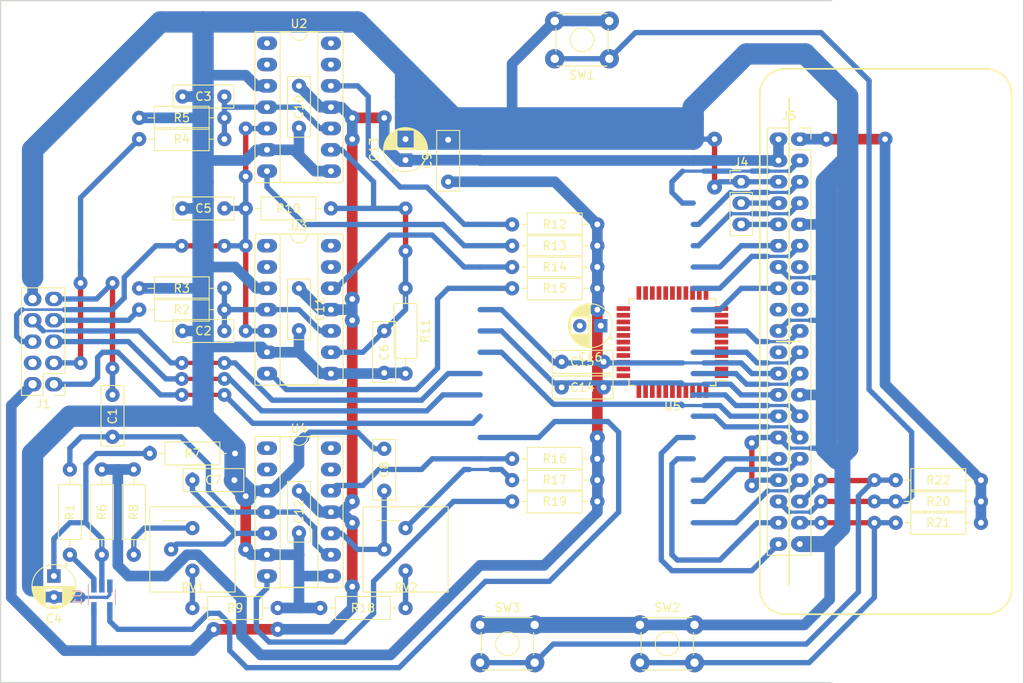
<source format=kicad_pcb>
(kicad_pcb (version 20171130) (host pcbnew 5.0.1-33cea8e~68~ubuntu16.04.1)
  (layers (0 F.Cu signal) (31 B.Cu signal) (34 B.Paste user) (35 F.Paste user) (36 B.SilkS user) (37 F.SilkS user) (38 B.Mask user) (39 F.Mask user) (44 Edge.Cuts user))
  (net 0 "")
  (net 1 "Net-(C1-Pad1)")
  (net 2 "Net-(C1-Pad2)")
  (net 3 GND)
  (net 4 "Net-(C2-Pad1)")
  (net 5 "Net-(C3-Pad1)")
  (net 6 "Net-(C4-Pad1)")
  (net 7 /CB)
  (net 8 "Net-(C6-Pad1)")
  (net 9 "Net-(C7-Pad1)")
  (net 10 "Net-(C8-Pad1)")
  (net 11 +3V3)
  (net 12 VCC)
  (net 13 CSS)
  (net 14 /PA)
  (net 15 FS_N)
  (net 16 /PB)
  (net 17 HS_N)
  (net 18 CLAMP)
  (net 19 SYNC)
  (net 20 Y)
  (net 21 BL)
  (net 22 BH)
  (net 23 gpio1)
  (net 24 gpio7)
  (net 25 gpio8)
  (net 26 AL)
  (net 27 AH)
  (net 28 gpio2)
  (net 29 gpio3)
  (net 30 gpio4)
  (net 31 gpio17)
  (net 32 gpio18)
  (net 33 gpio23)
  (net 34 gpio10)
  (net 35 gpio9)
  (net 36 gpio11)
  (net 37 gpio0)
  (net 38 gpio5)
  (net 39 gpio21)
  (net 40 gpio20)
  (net 41 gpio12)
  (net 42 gpio6)
  (net 43 gpio13)
  (net 44 "Net-(J4-Pad2)")
  (net 45 "Net-(J4-Pad3)")
  (net 46 gpio19)
  (net 47 gpio16)
  (net 48 gpio26)
  (net 49 "Net-(R1-Pad2)")
  (net 50 "Net-(R8-Pad2)")
  (net 51 "Net-(R9-Pad1)")
  (net 52 "Net-(R17-Pad2)")
  (net 53 "Net-(R18-Pad1)")
  (net 54 "Net-(J5-Pad22)")
  (net 55 "Net-(J5-Pad18)")
  (net 56 "Net-(J5-Pad17)")
  (net 57 "Net-(J5-Pad15)")
  (net 58 "Net-(J5-Pad13)")
  (net 59 "Net-(J1-Pad4)")
  (net 60 "Net-(U2-Pad1)")
  (net 61 "Net-(U2-Pad2)")
  (net 62 "Net-(U2-Pad13)")
  (net 63 "Net-(U2-Pad14)")
  (net 64 "Net-(U3-Pad1)")
  (net 65 "Net-(U3-Pad2)")
  (net 66 "Net-(U3-Pad13)")
  (net 67 "Net-(U3-Pad14)")
  (net 68 "Net-(U4-Pad1)")
  (net 69 "Net-(U4-Pad2)")
  (net 70 "Net-(U4-Pad13)")
  (net 71 "Net-(U4-Pad14)")
  (net 72 "Net-(U5-Pad9)")
  (net 73 "Net-(U5-Pad10)")
  (net 74 "Net-(U5-Pad11)")
  (net 75 "Net-(U5-Pad18)")
  (net 76 "Net-(U5-Pad24)")
  (net 77 "Net-(U5-Pad34)")
  (net 78 "Net-(U5-Pad37)")
  (net 79 "Net-(U5-Pad38)")
  (net 80 "Net-(U5-Pad39)")
  (module Package_QFP:LQFP-44_10x10mm_P0.8mm (layer F.Cu) (at 200.719999 113.089999 180)
    (fp_text reference U5 (at 0 -7.65 180) (layer F.SilkS))
    (fp_text value XC9572XL-VQFP44)
    (pad 1 smd rect (at -5.85 -4 180) (size 1.6 0.56) (layers F.Cu F.Paste F.Mask) (net 38 gpio5))
    (pad 2 smd rect (at -5.85 -3.2 180) (size 1.6 0.56) (layers F.Cu F.Paste F.Mask) (net 37 gpio0))
    (pad 3 smd rect (at -5.85 -2.4 180) (size 1.6 0.56) (layers F.Cu F.Paste F.Mask) (net 36 gpio11))
    (pad 4 smd rect (at -5.85 -1.6 180) (size 1.6 0.56) (layers F.Cu F.Paste F.Mask) (net 3 GND))
    (pad 5 smd rect (at -5.85 -0.8 180) (size 1.6 0.56) (layers F.Cu F.Paste F.Mask) (net 35 gpio9))
    (pad 6 smd rect (at -5.85 0 180) (size 1.6 0.56) (layers F.Cu F.Paste F.Mask) (net 34 gpio10))
    (pad 7 smd rect (at -5.85 0.8 180) (size 1.6 0.56) (layers F.Cu F.Paste F.Mask) (net 33 gpio23))
    (pad 8 smd rect (at -5.85 1.6 180) (size 1.6 0.56) (layers F.Cu F.Paste F.Mask) (net 31 gpio17))
    (pad 9 smd rect (at -5.85 2.4 180) (size 1.6 0.56) (layers F.Cu F.Paste F.Mask) (net 72 "Net-(U5-Pad9)"))
    (pad 10 smd rect (at -5.85 3.2 180) (size 1.6 0.56) (layers F.Cu F.Paste F.Mask) (net 73 "Net-(U5-Pad10)"))
    (pad 11 smd rect (at -5.85 4 180) (size 1.6 0.56) (layers F.Cu F.Paste F.Mask) (net 74 "Net-(U5-Pad11)"))
    (pad 12 smd rect (at -4 5.85 270) (size 1.6 0.56) (layers F.Cu F.Paste F.Mask) (net 32 gpio18))
    (pad 13 smd rect (at -3.2 5.85 270) (size 1.6 0.56) (layers F.Cu F.Paste F.Mask) (net 30 gpio4))
    (pad 14 smd rect (at -2.4 5.85 270) (size 1.6 0.56) (layers F.Cu F.Paste F.Mask) (net 29 gpio3))
    (pad 15 smd rect (at -1.6 5.85 270) (size 1.6 0.56) (layers F.Cu F.Paste F.Mask) (net 11 +3V3))
    (pad 16 smd rect (at -0.8 5.85 270) (size 1.6 0.56) (layers F.Cu F.Paste F.Mask) (net 28 gpio2))
    (pad 17 smd rect (at 0 5.85 270) (size 1.6 0.56) (layers F.Cu F.Paste F.Mask) (net 3 GND))
    (pad 18 smd rect (at 0.8 5.85 270) (size 1.6 0.56) (layers F.Cu F.Paste F.Mask) (net 75 "Net-(U5-Pad18)"))
    (pad 19 smd rect (at 1.6 5.85 270) (size 1.6 0.56) (layers F.Cu F.Paste F.Mask) (net 27 AH))
    (pad 20 smd rect (at 2.4 5.85 270) (size 1.6 0.56) (layers F.Cu F.Paste F.Mask) (net 26 AL))
    (pad 21 smd rect (at 3.2 5.85 270) (size 1.6 0.56) (layers F.Cu F.Paste F.Mask) (net 22 BH))
    (pad 22 smd rect (at 4 5.85 270) (size 1.6 0.56) (layers F.Cu F.Paste F.Mask) (net 21 BL))
    (pad 23 smd rect (at 5.85 4 180) (size 1.6 0.56) (layers F.Cu F.Paste F.Mask) (net 25 gpio8))
    (pad 24 smd rect (at 5.85 3.2 180) (size 1.6 0.56) (layers F.Cu F.Paste F.Mask) (net 76 "Net-(U5-Pad24)"))
    (pad 25 smd rect (at 5.85 2.4 180) (size 1.6 0.56) (layers F.Cu F.Paste F.Mask) (net 3 GND))
    (pad 26 smd rect (at 5.85 1.6 180) (size 1.6 0.56) (layers F.Cu F.Paste F.Mask) (net 11 +3V3))
    (pad 27 smd rect (at 5.85 0.8 180) (size 1.6 0.56) (layers F.Cu F.Paste F.Mask) (net 24 gpio7))
    (pad 28 smd rect (at 5.85 0 180) (size 1.6 0.56) (layers F.Cu F.Paste F.Mask) (net 23 gpio1))
    (pad 29 smd rect (at 5.85 -0.8 180) (size 1.6 0.56) (layers F.Cu F.Paste F.Mask) (net 17 HS_N))
    (pad 30 smd rect (at 5.85 -1.6 180) (size 1.6 0.56) (layers F.Cu F.Paste F.Mask) (net 15 FS_N))
    (pad 31 smd rect (at 5.85 -2.4 180) (size 1.6 0.56) (layers F.Cu F.Paste F.Mask) (net 13 CSS))
    (pad 32 smd rect (at 5.85 -3.2 180) (size 1.6 0.56) (layers F.Cu F.Paste F.Mask) (net 18 CLAMP))
    (pad 33 smd rect (at 5.85 -4 180) (size 1.6 0.56) (layers F.Cu F.Paste F.Mask) (net 20 Y))
    (pad 34 smd rect (at 4 -5.85 270) (size 1.6 0.56) (layers F.Cu F.Paste F.Mask) (net 77 "Net-(U5-Pad34)"))
    (pad 35 smd rect (at 3.2 -5.85 270) (size 1.6 0.56) (layers F.Cu F.Paste F.Mask) (net 11 +3V3))
    (pad 36 smd rect (at 2.4 -5.85 270) (size 1.6 0.56) (layers F.Cu F.Paste F.Mask) (net 19 SYNC))
    (pad 37 smd rect (at 1.6 -5.85 270) (size 1.6 0.56) (layers F.Cu F.Paste F.Mask) (net 78 "Net-(U5-Pad37)"))
    (pad 38 smd rect (at 0.8 -5.85 270) (size 1.6 0.56) (layers F.Cu F.Paste F.Mask) (net 79 "Net-(U5-Pad38)"))
    (pad 39 smd rect (at 0 -5.85 270) (size 1.6 0.56) (layers F.Cu F.Paste F.Mask) (net 80 "Net-(U5-Pad39)"))
    (pad 40 smd rect (at -0.8 -5.85 270) (size 1.6 0.56) (layers F.Cu F.Paste F.Mask) (net 43 gpio13))
    (pad 41 smd rect (at -1.6 -5.85 270) (size 1.6 0.56) (layers F.Cu F.Paste F.Mask) (net 42 gpio6))
    (pad 42 smd rect (at -2.4 -5.85 270) (size 1.6 0.56) (layers F.Cu F.Paste F.Mask) (net 41 gpio12))
    (pad 43 smd rect (at -3.2 -5.85 270) (size 1.6 0.56) (layers F.Cu F.Paste F.Mask) (net 40 gpio20))
    (pad 44 smd rect (at -4 -5.85 270) (size 1.6 0.56) (layers F.Cu F.Paste F.Mask) (net 39 gpio21))
  )
  (module local:CP_Radial_D5.0mm_P2.50mm (layer F.Cu) (at 192.180224 111.139999 180)
    (fp_text reference C16 (at 1.25 -3.75 180) (layer F.SilkS))
    (fp_text value 10u)
    (pad 1 thru_hole rect (at 0 0 180) (size 1.6 1.6) (drill 0.7) (layers *.Cu *.Mask) (net 11 +3V3))
    (pad 2 thru_hole circle (at 2.5 0 180) (size 1.6 1.6) (drill 0.7) (layers *.Cu *.Mask) (net 3 GND))
  )
  (module local:C_Rect_L7.0mm_W2.5mm_P5.00mm (layer F.Cu) (at 192.519999 115.439999 180)
    (fp_text reference C15 (at 2.54 0 180) (layer F.SilkS))
    (fp_text value 100n)
    (pad 2 thru_hole circle (at 5 0 180) (size 1.7 1.7) (drill 0.7) (layers *.Cu *.Mask) (net 3 GND))
    (pad 1 thru_hole circle (at 0 0 180) (size 1.7 1.7) (drill 0.7) (layers *.Cu *.Mask) (net 11 +3V3))
  )
  (module local:C_Rect_L7.0mm_W2.5mm_P5.00mm (layer F.Cu) (at 192.519999 118.489999 180)
    (fp_text reference C14 (at 2.54 0 180) (layer F.SilkS))
    (fp_text value 100n)
    (pad 1 thru_hole circle (at 0 0 180) (size 1.7 1.7) (drill 0.7) (layers *.Cu *.Mask) (net 11 +3V3))
    (pad 2 thru_hole circle (at 5 0 180) (size 1.7 1.7) (drill 0.7) (layers *.Cu *.Mask) (net 3 GND))
  )
  (module Package_TO_SOT_SMD:SOT-23-5_HandSoldering (layer B.Cu) (at 132.715 143.51 270)
    (fp_text reference U1 (at 0 2.9 270) (layer B.SilkS) (effects (justify mirror)))
    (fp_text value 74LVC1G66)
    (pad 5 smd rect (at 1.35 0.95 270) (size 1.56 0.65) (layers B.Cu B.Paste B.Mask) (net 12 VCC))
    (pad 4 smd rect (at 1.35 -0.95 270) (size 1.56 0.65) (layers B.Cu B.Paste B.Mask) (net 18 CLAMP))
    (pad 3 smd rect (at -1.35 -0.95 270) (size 1.56 0.65) (layers B.Cu B.Paste B.Mask) (net 3 GND))
    (pad 2 smd rect (at -1.35 0 270) (size 1.56 0.65) (layers B.Cu B.Paste B.Mask) (net 6 "Net-(C4-Pad1)"))
    (pad 1 smd rect (at -1.35 0.95 270) (size 1.56 0.65) (layers B.Cu B.Paste B.Mask) (net 49 "Net-(R1-Pad2)"))
  )
  (module local:PinHeader_2x05_P2.54mm_Vertical (layer F.Cu) (at 127 118.11 180)
    (fp_text reference J1 (at 1.27 -2.33 180) (layer F.SilkS))
    (fp_text value Conn_02x05_Odd_Even)
    (pad 10 thru_hole oval (at 2.54 10.16 180) (size 2.1 1.7) (drill 1) (layers *.Cu *.Mask) (net 3 GND))
    (pad 9 thru_hole oval (at 0 10.16 180) (size 2.1 1.7) (drill 1) (layers *.Cu *.Mask) (net 1 "Net-(C1-Pad1)"))
    (pad 8 thru_hole oval (at 2.54 7.62 180) (size 2.1 1.7) (drill 1) (layers *.Cu *.Mask) (net 17 HS_N))
    (pad 7 thru_hole oval (at 0 7.62 180) (size 2.1 1.7) (drill 1) (layers *.Cu *.Mask) (net 16 /PB))
    (pad 6 thru_hole oval (at 2.54 5.08 180) (size 2.1 1.7) (drill 1) (layers *.Cu *.Mask) (net 7 /CB))
    (pad 5 thru_hole oval (at 0 5.08 180) (size 2.1 1.7) (drill 1) (layers *.Cu *.Mask) (net 15 FS_N))
    (pad 4 thru_hole oval (at 2.54 2.54 180) (size 2.1 1.7) (drill 1) (layers *.Cu *.Mask) (net 59 "Net-(J1-Pad4)"))
    (pad 3 thru_hole oval (at 0 2.54 180) (size 2.1 1.7) (drill 1) (layers *.Cu *.Mask) (net 14 /PA))
    (pad 2 thru_hole oval (at 2.54 0 180) (size 2.1 1.7) (drill 1) (layers *.Cu *.Mask) (net 12 VCC))
    (pad 1 thru_hole oval (at 0 0 180) (size 2.1 1.7) (drill 1) (layers *.Cu *.Mask) (net 13 CSS))
  )
  (module local:C_Rect_L7.0mm_W2.5mm_P5.00mm (layer F.Cu) (at 133.985 119.38 270)
    (fp_text reference C1 (at 2.54 0 270) (layer F.SilkS))
    (fp_text value 100n)
    (pad 2 thru_hole circle (at 5 0 270) (size 1.7 1.7) (drill 0.7) (layers *.Cu *.Mask) (net 2 "Net-(C1-Pad2)"))
    (pad 1 thru_hole circle (at 0 0 270) (size 1.7 1.7) (drill 0.7) (layers *.Cu *.Mask) (net 1 "Net-(C1-Pad1)"))
  )
  (module local:C_Rect_L7.0mm_W2.5mm_P5.00mm (layer F.Cu) (at 147.32 111.76 180)
    (fp_text reference C2 (at 2.5 0 180) (layer F.SilkS))
    (fp_text value 27p)
    (pad 2 thru_hole circle (at 5 0 180) (size 1.7 1.7) (drill 0.7) (layers *.Cu *.Mask) (net 3 GND))
    (pad 1 thru_hole circle (at 0 0 180) (size 1.7 1.7) (drill 0.7) (layers *.Cu *.Mask) (net 4 "Net-(C2-Pad1)"))
  )
  (module local:C_Rect_L7.0mm_W2.5mm_P5.00mm (layer F.Cu) (at 147.32 83.82 180)
    (fp_text reference C3 (at 2.5 0 180) (layer F.SilkS))
    (fp_text value 27p)
    (pad 2 thru_hole circle (at 5 0 180) (size 1.7 1.7) (drill 0.7) (layers *.Cu *.Mask) (net 3 GND))
    (pad 1 thru_hole circle (at 0 0 180) (size 1.7 1.7) (drill 0.7) (layers *.Cu *.Mask) (net 5 "Net-(C3-Pad1)"))
  )
  (module local:CP_Radial_D5.0mm_P2.50mm (layer F.Cu) (at 127 140.97 270)
    (fp_text reference C4 (at 5.08 0) (layer F.SilkS))
    (fp_text value 10u)
    (pad 2 thru_hole circle (at 2.5 0 270) (size 1.6 1.6) (drill 0.7) (layers *.Cu *.Mask) (net 3 GND))
    (pad 1 thru_hole rect (at 0 0 270) (size 1.6 1.6) (drill 0.7) (layers *.Cu *.Mask) (net 6 "Net-(C4-Pad1)"))
  )
  (module local:C_Rect_L7.0mm_W2.5mm_P5.00mm (layer F.Cu) (at 147.32 97.155 180)
    (fp_text reference C5 (at 2.5 0 180) (layer F.SilkS))
    (fp_text value 47n)
    (pad 2 thru_hole circle (at 5 0 180) (size 1.7 1.7) (drill 0.7) (layers *.Cu *.Mask) (net 3 GND))
    (pad 1 thru_hole circle (at 0 0 180) (size 1.7 1.7) (drill 0.7) (layers *.Cu *.Mask) (net 7 /CB))
  )
  (module local:C_Rect_L7.0mm_W2.5mm_P5.00mm (layer F.Cu) (at 166.37 111.76 270)
    (fp_text reference C6 (at 2.54 0 270) (layer F.SilkS))
    (fp_text value 47n)
    (pad 2 thru_hole circle (at 5 0 270) (size 1.7 1.7) (drill 0.7) (layers *.Cu *.Mask) (net 3 GND))
    (pad 1 thru_hole circle (at 0 0 270) (size 1.7 1.7) (drill 0.7) (layers *.Cu *.Mask) (net 8 "Net-(C6-Pad1)"))
  )
  (module local:C_Rect_L7.0mm_W2.5mm_P5.00mm (layer F.Cu) (at 143.51 129.54)
    (fp_text reference C7 (at 2.5 0) (layer F.SilkS))
    (fp_text value 100n)
    (pad 2 thru_hole circle (at 5 0) (size 1.7 1.7) (drill 0.7) (layers *.Cu *.Mask) (net 3 GND))
    (pad 1 thru_hole circle (at 0 0) (size 1.7 1.7) (drill 0.7) (layers *.Cu *.Mask) (net 9 "Net-(C7-Pad1)"))
  )
  (module local:C_Rect_L7.0mm_W2.5mm_P5.00mm (layer F.Cu) (at 166.37 130.81 90)
    (fp_text reference C8 (at 2.5 0 90) (layer F.SilkS))
    (fp_text value 100n)
    (pad 2 thru_hole circle (at 5 0 90) (size 1.7 1.7) (drill 0.7) (layers *.Cu *.Mask) (net 3 GND))
    (pad 1 thru_hole circle (at 0 0 90) (size 1.7 1.7) (drill 0.7) (layers *.Cu *.Mask) (net 10 "Net-(C8-Pad1)"))
  )
  (module local:C_Rect_L7.0mm_W2.5mm_P5.00mm (layer F.Cu) (at 173.99 93.98 90)
    (fp_text reference C9 (at 2.5 -2.5 90) (layer F.SilkS))
    (fp_text value 100n)
    (pad 2 thru_hole circle (at 5 0 90) (size 1.7 1.7) (drill 0.7) (layers *.Cu *.Mask) (net 3 GND))
    (pad 1 thru_hole circle (at 0 0 90) (size 1.7 1.7) (drill 0.7) (layers *.Cu *.Mask) (net 11 +3V3))
  )
  (module local:C_Rect_L7.0mm_W2.5mm_P5.00mm (layer F.Cu) (at 156.21 82.55 270)
    (fp_text reference C10 (at 2.54 0 270) (layer F.SilkS))
    (fp_text value 100n)
    (pad 2 thru_hole circle (at 5 0 270) (size 1.7 1.7) (drill 0.7) (layers *.Cu *.Mask) (net 3 GND))
    (pad 1 thru_hole circle (at 0 0 270) (size 1.7 1.7) (drill 0.7) (layers *.Cu *.Mask) (net 12 VCC))
  )
  (module local:C_Rect_L7.0mm_W2.5mm_P5.00mm (layer F.Cu) (at 156.21 106.68 270)
    (fp_text reference C11 (at 2.5 -2.5 270) (layer F.SilkS))
    (fp_text value 100n)
    (pad 2 thru_hole circle (at 5 0 270) (size 1.7 1.7) (drill 0.7) (layers *.Cu *.Mask) (net 3 GND))
    (pad 1 thru_hole circle (at 0 0 270) (size 1.7 1.7) (drill 0.7) (layers *.Cu *.Mask) (net 12 VCC))
  )
  (module local:C_Rect_L7.0mm_W2.5mm_P5.00mm (layer F.Cu) (at 156.21 130.81 270)
    (fp_text reference C12 (at 2.5 0 270) (layer F.SilkS))
    (fp_text value 100n)
    (pad 2 thru_hole circle (at 5 0 270) (size 1.7 1.7) (drill 0.7) (layers *.Cu *.Mask) (net 3 GND))
    (pad 1 thru_hole circle (at 0 0 270) (size 1.7 1.7) (drill 0.7) (layers *.Cu *.Mask) (net 12 VCC))
  )
  (module local:CP_Radial_D5.0mm_P2.50mm (layer F.Cu) (at 168.91 91.4 90)
    (fp_text reference C13 (at 1.25 -3.75 90) (layer F.SilkS))
    (fp_text value 10u)
    (pad 2 thru_hole circle (at 2.5 0 90) (size 1.6 1.6) (drill 0.7) (layers *.Cu *.Mask) (net 3 GND))
    (pad 1 thru_hole rect (at 0 0 90) (size 1.6 1.6) (drill 0.7) (layers *.Cu *.Mask) (net 12 VCC))
  )
  (module local:PinHeader_1x03_P2.54mm_Vertical (layer F.Cu) (at 208.915 93.98)
    (fp_text reference J4 (at 0 -2.33) (layer F.SilkS))
    (fp_text value Conn_01x03)
    (pad 3 thru_hole oval (at 0 5.08) (size 2.1 1.6) (drill 0.9) (layers *.Cu *.Mask) (net 45 "Net-(J4-Pad3)"))
    (pad 2 thru_hole oval (at 0 2.54) (size 2.1 1.6) (drill 0.9) (layers *.Cu *.Mask) (net 44 "Net-(J4-Pad2)"))
    (pad 1 thru_hole oval (at 0 0) (size 2.1 1.6) (drill 0.9) (layers *.Cu *.Mask) (net 3 GND))
  )
  (module local:PinSocket_2x20_P2.54mm_Vertical (layer F.Cu) (at 215.9 88.9)
    (fp_text reference J5 (at -1.27 -2.77) (layer F.SilkS))
    (fp_text value Conn_02x20_Odd_Even)
    (pad 40 thru_hole oval (at -2.54 48.26) (size 2.1 1.6) (drill 0.7) (layers *.Cu *.Mask) (net 39 gpio21))
    (pad 39 thru_hole oval (at 0 48.26) (size 2.1 1.6) (drill 0.7) (layers *.Cu *.Mask) (net 3 GND))
    (pad 38 thru_hole oval (at -2.54 45.72) (size 2.1 1.6) (drill 0.7) (layers *.Cu *.Mask) (net 40 gpio20))
    (pad 37 thru_hole oval (at 0 45.72) (size 2.1 1.6) (drill 0.7) (layers *.Cu *.Mask) (net 48 gpio26))
    (pad 36 thru_hole oval (at -2.54 43.18) (size 2.1 1.6) (drill 0.7) (layers *.Cu *.Mask) (net 47 gpio16))
    (pad 35 thru_hole oval (at 0 43.18) (size 2.1 1.6) (drill 0.7) (layers *.Cu *.Mask) (net 46 gpio19))
    (pad 34 thru_hole oval (at -2.54 40.64) (size 2.1 1.6) (drill 0.7) (layers *.Cu *.Mask) (net 3 GND))
    (pad 33 thru_hole oval (at 0 40.64) (size 2.1 1.6) (drill 0.7) (layers *.Cu *.Mask) (net 43 gpio13))
    (pad 32 thru_hole oval (at -2.54 38.1) (size 2.1 1.6) (drill 0.7) (layers *.Cu *.Mask) (net 41 gpio12))
    (pad 31 thru_hole oval (at 0 38.1) (size 2.1 1.6) (drill 0.7) (layers *.Cu *.Mask) (net 42 gpio6))
    (pad 30 thru_hole oval (at -2.54 35.56) (size 2.1 1.6) (drill 0.7) (layers *.Cu *.Mask) (net 3 GND))
    (pad 29 thru_hole oval (at 0 35.56) (size 2.1 1.6) (drill 0.7) (layers *.Cu *.Mask) (net 38 gpio5))
    (pad 28 thru_hole oval (at -2.54 33.02) (size 2.1 1.6) (drill 0.7) (layers *.Cu *.Mask) (net 23 gpio1))
    (pad 27 thru_hole oval (at 0 33.02) (size 2.1 1.6) (drill 0.7) (layers *.Cu *.Mask) (net 37 gpio0))
    (pad 26 thru_hole oval (at -2.54 30.48) (size 2.1 1.6) (drill 0.7) (layers *.Cu *.Mask) (net 24 gpio7))
    (pad 25 thru_hole oval (at 0 30.48) (size 2.1 1.6) (drill 0.7) (layers *.Cu *.Mask) (net 3 GND))
    (pad 24 thru_hole oval (at -2.54 27.94) (size 2.1 1.6) (drill 0.7) (layers *.Cu *.Mask) (net 25 gpio8))
    (pad 23 thru_hole oval (at 0 27.94) (size 2.1 1.6) (drill 0.7) (layers *.Cu *.Mask) (net 36 gpio11))
    (pad 22 thru_hole oval (at -2.54 25.4) (size 2.1 1.6) (drill 0.7) (layers *.Cu *.Mask) (net 54 "Net-(J5-Pad22)"))
    (pad 21 thru_hole oval (at 0 25.4) (size 2.1 1.6) (drill 0.7) (layers *.Cu *.Mask) (net 35 gpio9))
    (pad 20 thru_hole oval (at -2.54 22.86) (size 2.1 1.6) (drill 0.7) (layers *.Cu *.Mask) (net 3 GND))
    (pad 19 thru_hole oval (at 0 22.86) (size 2.1 1.6) (drill 0.7) (layers *.Cu *.Mask) (net 34 gpio10))
    (pad 18 thru_hole oval (at -2.54 20.32) (size 2.1 1.6) (drill 0.7) (layers *.Cu *.Mask) (net 55 "Net-(J5-Pad18)"))
    (pad 17 thru_hole oval (at 0 20.32) (size 2.1 1.6) (drill 0.7) (layers *.Cu *.Mask) (net 56 "Net-(J5-Pad17)"))
    (pad 16 thru_hole oval (at -2.54 17.78) (size 2.1 1.6) (drill 0.7) (layers *.Cu *.Mask) (net 33 gpio23))
    (pad 15 thru_hole oval (at 0 17.78) (size 2.1 1.6) (drill 0.7) (layers *.Cu *.Mask) (net 57 "Net-(J5-Pad15)"))
    (pad 14 thru_hole oval (at -2.54 15.24) (size 2.1 1.6) (drill 0.7) (layers *.Cu *.Mask) (net 3 GND))
    (pad 13 thru_hole oval (at 0 15.24) (size 2.1 1.6) (drill 0.7) (layers *.Cu *.Mask) (net 58 "Net-(J5-Pad13)"))
    (pad 12 thru_hole oval (at -2.54 12.7) (size 2.1 1.6) (drill 0.7) (layers *.Cu *.Mask) (net 32 gpio18))
    (pad 11 thru_hole oval (at 0 12.7) (size 2.1 1.6) (drill 0.7) (layers *.Cu *.Mask) (net 31 gpio17))
    (pad 10 thru_hole oval (at -2.54 10.16) (size 2.1 1.6) (drill 0.7) (layers *.Cu *.Mask) (net 45 "Net-(J4-Pad3)"))
    (pad 9 thru_hole oval (at 0 10.16) (size 2.1 1.6) (drill 0.7) (layers *.Cu *.Mask) (net 3 GND))
    (pad 8 thru_hole oval (at -2.54 7.62) (size 2.1 1.6) (drill 0.7) (layers *.Cu *.Mask) (net 44 "Net-(J4-Pad2)"))
    (pad 7 thru_hole oval (at 0 7.62) (size 2.1 1.6) (drill 0.7) (layers *.Cu *.Mask) (net 30 gpio4))
    (pad 6 thru_hole oval (at -2.54 5.08) (size 2.1 1.6) (drill 0.7) (layers *.Cu *.Mask) (net 3 GND))
    (pad 5 thru_hole oval (at 0 5.08) (size 2.1 1.6) (drill 0.7) (layers *.Cu *.Mask) (net 29 gpio3))
    (pad 4 thru_hole oval (at -2.54 2.54) (size 2.1 1.6) (drill 0.7) (layers *.Cu *.Mask) (net 12 VCC))
    (pad 3 thru_hole oval (at 0 2.54) (size 2.1 1.6) (drill 0.7) (layers *.Cu *.Mask) (net 28 gpio2))
    (pad 2 thru_hole oval (at -2.54 0) (size 2.1 1.6) (drill 0.7) (layers *.Cu *.Mask) (net 12 VCC))
    (pad 1 thru_hole oval (at 0 0) (size 2.1 1.6) (drill 0.7) (layers *.Cu *.Mask) (net 11 +3V3))
  )
  (module local:R_Axial_DIN0207_L6.3mm_D2.5mm_P10.16mm_Horizontal (layer F.Cu) (at 128.905 128.27 270)
    (fp_text reference R1 (at 5.08 0 270) (layer F.SilkS))
    (fp_text value 100R)
    (pad 1 thru_hole circle (at 0 0 270) (size 1.7 1.7) (drill 0.7) (layers *.Cu *.Mask) (net 2 "Net-(C1-Pad2)"))
    (pad 2 thru_hole oval (at 10.16 0 270) (size 1.7 1.7) (drill 0.7) (layers *.Cu *.Mask) (net 49 "Net-(R1-Pad2)"))
  )
  (module local:R_Axial_DIN0207_L6.3mm_D2.5mm_P10.16mm_Horizontal (layer F.Cu) (at 137.16 109.22)
    (fp_text reference R2 (at 5.08 0) (layer F.SilkS))
    (fp_text value 1K1)
    (pad 1 thru_hole circle (at 0 0) (size 1.7 1.7) (drill 0.7) (layers *.Cu *.Mask) (net 16 /PB))
    (pad 2 thru_hole oval (at 10.16 0) (size 1.7 1.7) (drill 0.7) (layers *.Cu *.Mask) (net 4 "Net-(C2-Pad1)"))
  )
  (module local:R_Axial_DIN0207_L6.3mm_D2.5mm_P10.16mm_Horizontal (layer F.Cu) (at 147.32 106.68 180)
    (fp_text reference R3 (at 5.08 0 180) (layer F.SilkS))
    (fp_text value 7K5)
    (pad 1 thru_hole circle (at 0 0 180) (size 1.7 1.7) (drill 0.7) (layers *.Cu *.Mask) (net 4 "Net-(C2-Pad1)"))
    (pad 2 thru_hole oval (at 10.16 0 180) (size 1.7 1.7) (drill 0.7) (layers *.Cu *.Mask) (net 3 GND))
  )
  (module local:R_Axial_DIN0207_L6.3mm_D2.5mm_P10.16mm_Horizontal (layer F.Cu) (at 137.16 88.9)
    (fp_text reference R4 (at 5.08 0) (layer F.SilkS))
    (fp_text value 1K1)
    (pad 1 thru_hole circle (at 0 0) (size 1.7 1.7) (drill 0.7) (layers *.Cu *.Mask) (net 14 /PA))
    (pad 2 thru_hole oval (at 10.16 0) (size 1.7 1.7) (drill 0.7) (layers *.Cu *.Mask) (net 5 "Net-(C3-Pad1)"))
  )
  (module local:R_Axial_DIN0207_L6.3mm_D2.5mm_P10.16mm_Horizontal (layer F.Cu) (at 147.32 86.36 180)
    (fp_text reference R5 (at 5.08 0 180) (layer F.SilkS))
    (fp_text value 7K5)
    (pad 1 thru_hole circle (at 0 0 180) (size 1.7 1.7) (drill 0.7) (layers *.Cu *.Mask) (net 5 "Net-(C3-Pad1)"))
    (pad 2 thru_hole oval (at 10.16 0 180) (size 1.7 1.7) (drill 0.7) (layers *.Cu *.Mask) (net 3 GND))
  )
  (module local:R_Axial_DIN0207_L6.3mm_D2.5mm_P10.16mm_Horizontal (layer F.Cu) (at 132.715 128.27 270)
    (fp_text reference R6 (at 5.08 0 270) (layer F.SilkS))
    (fp_text value 1K)
    (pad 1 thru_hole circle (at 0 0 270) (size 1.7 1.7) (drill 0.7) (layers *.Cu *.Mask) (net 11 +3V3))
    (pad 2 thru_hole oval (at 10.16 0 270) (size 1.7 1.7) (drill 0.7) (layers *.Cu *.Mask) (net 6 "Net-(C4-Pad1)"))
  )
  (module local:R_Axial_DIN0207_L6.3mm_D2.5mm_P10.16mm_Horizontal (layer F.Cu) (at 138.43 126.365)
    (fp_text reference R7 (at 5.08 0) (layer F.SilkS))
    (fp_text value 430R)
    (pad 1 thru_hole circle (at 0 0) (size 1.7 1.7) (drill 0.7) (layers *.Cu *.Mask) (net 6 "Net-(C4-Pad1)"))
    (pad 2 thru_hole oval (at 10.16 0) (size 1.7 1.7) (drill 0.7) (layers *.Cu *.Mask) (net 3 GND))
  )
  (module local:R_Axial_DIN0207_L6.3mm_D2.5mm_P10.16mm_Horizontal (layer F.Cu) (at 136.525 128.27 270)
    (fp_text reference R8 (at 5.08 0 270) (layer F.SilkS))
    (fp_text value 470R)
    (pad 1 thru_hole circle (at 0 0 270) (size 1.7 1.7) (drill 0.7) (layers *.Cu *.Mask) (net 11 +3V3))
    (pad 2 thru_hole oval (at 10.16 0 270) (size 1.7 1.7) (drill 0.7) (layers *.Cu *.Mask) (net 50 "Net-(R8-Pad2)"))
  )
  (module local:R_Axial_DIN0207_L6.3mm_D2.5mm_P10.16mm_Horizontal (layer F.Cu) (at 143.51 144.78)
    (fp_text reference R9 (at 5.08 0) (layer F.SilkS))
    (fp_text value 470R)
    (pad 1 thru_hole circle (at 0 0) (size 1.7 1.7) (drill 0.7) (layers *.Cu *.Mask) (net 51 "Net-(R9-Pad1)"))
    (pad 2 thru_hole oval (at 10.16 0) (size 1.7 1.7) (drill 0.7) (layers *.Cu *.Mask) (net 3 GND))
  )
  (module local:R_Axial_DIN0207_L6.3mm_D2.5mm_P10.16mm_Horizontal (layer F.Cu) (at 149.86 97.155)
    (fp_text reference R10 (at 5.08 0) (layer F.SilkS))
    (fp_text value 5K6)
    (pad 1 thru_hole circle (at 0 0) (size 1.7 1.7) (drill 0.7) (layers *.Cu *.Mask) (net 7 /CB))
    (pad 2 thru_hole oval (at 10.16 0) (size 1.7 1.7) (drill 0.7) (layers *.Cu *.Mask) (net 8 "Net-(C6-Pad1)"))
  )
  (module local:R_Axial_DIN0207_L6.3mm_D2.5mm_P10.16mm_Horizontal (layer F.Cu) (at 168.91 106.68 270)
    (fp_text reference R11 (at 5.08 -2.37 270) (layer F.SilkS))
    (fp_text value 12K)
    (pad 1 thru_hole circle (at 0 0 270) (size 1.7 1.7) (drill 0.7) (layers *.Cu *.Mask) (net 8 "Net-(C6-Pad1)"))
    (pad 2 thru_hole oval (at 10.16 0 270) (size 1.7 1.7) (drill 0.7) (layers *.Cu *.Mask) (net 3 GND))
  )
  (module local:R_Axial_DIN0207_L6.3mm_D2.5mm_P10.16mm_Horizontal (layer F.Cu) (at 191.77 99.06 180)
    (fp_text reference R12 (at 5.08 0 180) (layer F.SilkS))
    (fp_text value 470R)
    (pad 1 thru_hole circle (at 0 0 180) (size 1.7 1.7) (drill 0.7) (layers *.Cu *.Mask) (net 11 +3V3))
    (pad 2 thru_hole oval (at 10.16 0 180) (size 1.7 1.7) (drill 0.7) (layers *.Cu *.Mask) (net 27 AH))
  )
  (module local:R_Axial_DIN0207_L6.3mm_D2.5mm_P10.16mm_Horizontal (layer F.Cu) (at 191.77 101.6 180)
    (fp_text reference R13 (at 5.08 0 180) (layer F.SilkS))
    (fp_text value 470R)
    (pad 1 thru_hole circle (at 0 0 180) (size 1.7 1.7) (drill 0.7) (layers *.Cu *.Mask) (net 11 +3V3))
    (pad 2 thru_hole oval (at 10.16 0 180) (size 1.7 1.7) (drill 0.7) (layers *.Cu *.Mask) (net 26 AL))
  )
  (module local:R_Axial_DIN0207_L6.3mm_D2.5mm_P10.16mm_Horizontal (layer F.Cu) (at 191.77 104.14 180)
    (fp_text reference R14 (at 5.08 0 180) (layer F.SilkS))
    (fp_text value 470R)
    (pad 1 thru_hole circle (at 0 0 180) (size 1.7 1.7) (drill 0.7) (layers *.Cu *.Mask) (net 11 +3V3))
    (pad 2 thru_hole oval (at 10.16 0 180) (size 1.7 1.7) (drill 0.7) (layers *.Cu *.Mask) (net 22 BH))
  )
  (module local:R_Axial_DIN0207_L6.3mm_D2.5mm_P10.16mm_Horizontal (layer F.Cu) (at 191.77 106.68 180)
    (fp_text reference R15 (at 5.08 0 180) (layer F.SilkS))
    (fp_text value 470R)
    (pad 1 thru_hole circle (at 0 0 180) (size 1.7 1.7) (drill 0.7) (layers *.Cu *.Mask) (net 11 +3V3))
    (pad 2 thru_hole oval (at 10.16 0 180) (size 1.7 1.7) (drill 0.7) (layers *.Cu *.Mask) (net 21 BL))
  )
  (module local:R_Axial_DIN0207_L6.3mm_D2.5mm_P10.16mm_Horizontal (layer F.Cu) (at 191.77 127 180)
    (fp_text reference R16 (at 5.08 0 180) (layer F.SilkS))
    (fp_text value 470R)
    (pad 1 thru_hole circle (at 0 0 180) (size 1.7 1.7) (drill 0.7) (layers *.Cu *.Mask) (net 11 +3V3))
    (pad 2 thru_hole oval (at 10.16 0 180) (size 1.7 1.7) (drill 0.7) (layers *.Cu *.Mask) (net 20 Y))
  )
  (module local:R_Axial_DIN0207_L6.3mm_D2.5mm_P10.16mm_Horizontal (layer F.Cu) (at 191.77 129.54 180)
    (fp_text reference R17 (at 5.08 0.024999 180) (layer F.SilkS))
    (fp_text value 470R)
    (pad 1 thru_hole circle (at 0 0 180) (size 1.7 1.7) (drill 0.7) (layers *.Cu *.Mask) (net 11 +3V3))
    (pad 2 thru_hole oval (at 10.16 0 180) (size 1.7 1.7) (drill 0.7) (layers *.Cu *.Mask) (net 52 "Net-(R17-Pad2)"))
  )
  (module local:R_Axial_DIN0207_L6.3mm_D2.5mm_P10.16mm_Horizontal (layer F.Cu) (at 168.91 144.78 180)
    (fp_text reference R18 (at 5.08 0 180) (layer F.SilkS))
    (fp_text value 470R)
    (pad 1 thru_hole circle (at 0 0 180) (size 1.7 1.7) (drill 0.7) (layers *.Cu *.Mask) (net 53 "Net-(R18-Pad1)"))
    (pad 2 thru_hole oval (at 10.16 0 180) (size 1.7 1.7) (drill 0.7) (layers *.Cu *.Mask) (net 3 GND))
  )
  (module local:R_Axial_DIN0207_L6.3mm_D2.5mm_P10.16mm_Horizontal (layer F.Cu) (at 191.77 132.08 180)
    (fp_text reference R19 (at 5.08 0 180) (layer F.SilkS))
    (fp_text value 470R)
    (pad 1 thru_hole circle (at 0 0 180) (size 1.7 1.7) (drill 0.7) (layers *.Cu *.Mask) (net 11 +3V3))
    (pad 2 thru_hole oval (at 10.16 0 180) (size 1.7 1.7) (drill 0.7) (layers *.Cu *.Mask) (net 19 SYNC))
  )
  (module local:R_Axial_DIN0207_L6.3mm_D2.5mm_P10.16mm_Horizontal (layer F.Cu) (at 237.49 132.08 180)
    (fp_text reference R20 (at 5.08 0 180) (layer F.SilkS))
    (fp_text value 10K)
    (pad 1 thru_hole circle (at 0 0 180) (size 1.7 1.7) (drill 0.7) (layers *.Cu *.Mask) (net 11 +3V3))
    (pad 2 thru_hole oval (at 10.16 0 180) (size 1.7 1.7) (drill 0.7) (layers *.Cu *.Mask) (net 47 gpio16))
  )
  (module local:R_Axial_DIN0207_L6.3mm_D2.5mm_P10.16mm_Horizontal (layer F.Cu) (at 237.49 134.62 180)
    (fp_text reference R21 (at 5.08 0 180) (layer F.SilkS))
    (fp_text value 10K)
    (pad 1 thru_hole circle (at 0 0 180) (size 1.7 1.7) (drill 0.7) (layers *.Cu *.Mask) (net 11 +3V3))
    (pad 2 thru_hole oval (at 10.16 0 180) (size 1.7 1.7) (drill 0.7) (layers *.Cu *.Mask) (net 48 gpio26))
  )
  (module local:R_Axial_DIN0207_L6.3mm_D2.5mm_P10.16mm_Horizontal (layer F.Cu) (at 237.49 129.54 180)
    (fp_text reference R22 (at 5.08 0 180) (layer F.SilkS))
    (fp_text value 10K)
    (pad 1 thru_hole circle (at 0 0 180) (size 1.7 1.7) (drill 0.7) (layers *.Cu *.Mask) (net 11 +3V3))
    (pad 2 thru_hole oval (at 10.16 0 180) (size 1.7 1.7) (drill 0.7) (layers *.Cu *.Mask) (net 46 gpio19))
  )
  (module local:Potentiometer_Vishay_T73YP_Vertical (layer F.Cu) (at 143.51 135.255 180)
    (fp_text reference RV1 (at -0.06 -7.09 180) (layer F.SilkS))
    (fp_text value 1K0)
    (pad 1 thru_hole circle (at 0 0 180) (size 1.7 1.7) (drill 0.7) (layers *.Cu *.Mask) (net 50 "Net-(R8-Pad2)"))
    (pad 2 thru_hole circle (at 2.54 -2.54 180) (size 1.7 1.7) (drill 0.7) (layers *.Cu *.Mask) (net 9 "Net-(C7-Pad1)"))
    (pad 3 thru_hole circle (at 0 -5.08 180) (size 1.7 1.7) (drill 0.7) (layers *.Cu *.Mask) (net 51 "Net-(R9-Pad1)"))
  )
  (module local:Potentiometer_Vishay_T73YP_Vertical (layer F.Cu) (at 168.91 135.255 180)
    (fp_text reference RV2 (at -0.06 -7.09 180) (layer F.SilkS))
    (fp_text value 1K0)
    (pad 1 thru_hole circle (at 0 0 180) (size 1.7 1.7) (drill 0.7) (layers *.Cu *.Mask) (net 52 "Net-(R17-Pad2)"))
    (pad 2 thru_hole circle (at 2.54 -2.54 180) (size 1.7 1.7) (drill 0.7) (layers *.Cu *.Mask) (net 10 "Net-(C8-Pad1)"))
    (pad 3 thru_hole circle (at 0 -5.08 180) (size 1.7 1.7) (drill 0.7) (layers *.Cu *.Mask) (net 53 "Net-(R18-Pad1)"))
  )
  (module local:SW_TH_Tactile_Omron_B3F-10xx (layer F.Cu) (at 186.69 74.82)
    (fp_text reference SW1 (at 3.25 6.46) (layer F.SilkS))
    (fp_text value SW_Push_Dual)
    (pad 1 thru_hole circle (at 0 0) (size 2.3 2.3) (drill 1) (layers *.Cu *.Mask) (net 3 GND))
    (pad 2 thru_hole circle (at 6.5 0) (size 2.3 2.3) (drill 1) (layers *.Cu *.Mask) (net 3 GND))
    (pad 3 thru_hole circle (at 0 4.5) (size 2.3 2.3) (drill 1) (layers *.Cu *.Mask) (net 47 gpio16))
    (pad 4 thru_hole circle (at 6.5 4.5) (size 2.3 2.3) (drill 1) (layers *.Cu *.Mask) (net 47 gpio16))
  )
  (module local:SW_TH_Tactile_Omron_B3F-10xx (layer F.Cu) (at 196.85 146.795)
    (fp_text reference SW2 (at 3.25 -2.05) (layer F.SilkS))
    (fp_text value SW_Push_Dual)
    (pad 1 thru_hole circle (at 0 0) (size 2.3 2.3) (drill 1) (layers *.Cu *.Mask) (net 3 GND))
    (pad 2 thru_hole circle (at 6.5 0) (size 2.3 2.3) (drill 1) (layers *.Cu *.Mask) (net 3 GND))
    (pad 3 thru_hole circle (at 0 4.5) (size 2.3 2.3) (drill 1) (layers *.Cu *.Mask) (net 48 gpio26))
    (pad 4 thru_hole circle (at 6.5 4.5) (size 2.3 2.3) (drill 1) (layers *.Cu *.Mask) (net 48 gpio26))
  )
  (module local:SW_TH_Tactile_Omron_B3F-10xx (layer F.Cu) (at 177.8 146.795)
    (fp_text reference SW3 (at 3.25 -2.05) (layer F.SilkS))
    (fp_text value SW_Push_Dual)
    (pad 1 thru_hole circle (at 0 0) (size 2.3 2.3) (drill 1) (layers *.Cu *.Mask) (net 3 GND))
    (pad 2 thru_hole circle (at 6.5 0) (size 2.3 2.3) (drill 1) (layers *.Cu *.Mask) (net 3 GND))
    (pad 3 thru_hole circle (at 0 4.5) (size 2.3 2.3) (drill 1) (layers *.Cu *.Mask) (net 46 gpio19))
    (pad 4 thru_hole circle (at 6.5 4.5) (size 2.3 2.3) (drill 1) (layers *.Cu *.Mask) (net 46 gpio19))
  )
  (module local:DIP-14_W7.62mm_Socket_LongPads (layer F.Cu) (at 152.4 77.47)
    (fp_text reference U2 (at 3.81 -2.33) (layer F.SilkS))
    (fp_text value LM319)
    (pad 1 thru_hole oval (at 0 0) (size 2.4 1.6) (drill 0.7) (layers *.Cu *.Mask) (net 60 "Net-(U2-Pad1)"))
    (pad 8 thru_hole oval (at 7.62 15.24) (size 2.4 1.6) (drill 0.7) (layers *.Cu *.Mask) (net 3 GND))
    (pad 2 thru_hole oval (at 0 2.54) (size 2.4 1.6) (drill 0.7) (layers *.Cu *.Mask) (net 61 "Net-(U2-Pad2)"))
    (pad 9 thru_hole oval (at 7.62 12.7) (size 2.4 1.6) (drill 0.7) (layers *.Cu *.Mask) (net 8 "Net-(C6-Pad1)"))
    (pad 3 thru_hole oval (at 0 5.08) (size 2.4 1.6) (drill 0.7) (layers *.Cu *.Mask) (net 3 GND))
    (pad 10 thru_hole oval (at 7.62 10.16) (size 2.4 1.6) (drill 0.7) (layers *.Cu *.Mask) (net 5 "Net-(C3-Pad1)"))
    (pad 4 thru_hole oval (at 0 7.62) (size 2.4 1.6) (drill 0.7) (layers *.Cu *.Mask) (net 5 "Net-(C3-Pad1)"))
    (pad 11 thru_hole oval (at 7.62 7.62) (size 2.4 1.6) (drill 0.7) (layers *.Cu *.Mask) (net 12 VCC))
    (pad 5 thru_hole oval (at 0 10.16) (size 2.4 1.6) (drill 0.7) (layers *.Cu *.Mask) (net 7 /CB))
    (pad 12 thru_hole oval (at 7.62 5.08) (size 2.4 1.6) (drill 0.7) (layers *.Cu *.Mask) (net 27 AH))
    (pad 6 thru_hole oval (at 0 12.7) (size 2.4 1.6) (drill 0.7) (layers *.Cu *.Mask) (net 3 GND))
    (pad 13 thru_hole oval (at 7.62 2.54) (size 2.4 1.6) (drill 0.7) (layers *.Cu *.Mask) (net 62 "Net-(U2-Pad13)"))
    (pad 7 thru_hole oval (at 0 15.24) (size 2.4 1.6) (drill 0.7) (layers *.Cu *.Mask) (net 26 AL))
    (pad 14 thru_hole oval (at 7.62 0) (size 2.4 1.6) (drill 0.7) (layers *.Cu *.Mask) (net 63 "Net-(U2-Pad14)"))
  )
  (module local:DIP-14_W7.62mm_Socket_LongPads (layer F.Cu) (at 152.4 101.6)
    (fp_text reference U3 (at 3.81 -2.33) (layer F.SilkS))
    (fp_text value LM319)
    (pad 1 thru_hole oval (at 0 0) (size 2.4 1.6) (drill 0.7) (layers *.Cu *.Mask) (net 64 "Net-(U3-Pad1)"))
    (pad 8 thru_hole oval (at 7.62 15.24) (size 2.4 1.6) (drill 0.7) (layers *.Cu *.Mask) (net 3 GND))
    (pad 2 thru_hole oval (at 0 2.54) (size 2.4 1.6) (drill 0.7) (layers *.Cu *.Mask) (net 65 "Net-(U3-Pad2)"))
    (pad 9 thru_hole oval (at 7.62 12.7) (size 2.4 1.6) (drill 0.7) (layers *.Cu *.Mask) (net 8 "Net-(C6-Pad1)"))
    (pad 3 thru_hole oval (at 0 5.08) (size 2.4 1.6) (drill 0.7) (layers *.Cu *.Mask) (net 3 GND))
    (pad 10 thru_hole oval (at 7.62 10.16) (size 2.4 1.6) (drill 0.7) (layers *.Cu *.Mask) (net 4 "Net-(C2-Pad1)"))
    (pad 4 thru_hole oval (at 0 7.62) (size 2.4 1.6) (drill 0.7) (layers *.Cu *.Mask) (net 4 "Net-(C2-Pad1)"))
    (pad 11 thru_hole oval (at 7.62 7.62) (size 2.4 1.6) (drill 0.7) (layers *.Cu *.Mask) (net 12 VCC))
    (pad 5 thru_hole oval (at 0 10.16) (size 2.4 1.6) (drill 0.7) (layers *.Cu *.Mask) (net 7 /CB))
    (pad 12 thru_hole oval (at 7.62 5.08) (size 2.4 1.6) (drill 0.7) (layers *.Cu *.Mask) (net 22 BH))
    (pad 6 thru_hole oval (at 0 12.7) (size 2.4 1.6) (drill 0.7) (layers *.Cu *.Mask) (net 3 GND))
    (pad 13 thru_hole oval (at 7.62 2.54) (size 2.4 1.6) (drill 0.7) (layers *.Cu *.Mask) (net 66 "Net-(U3-Pad13)"))
    (pad 7 thru_hole oval (at 0 15.24) (size 2.4 1.6) (drill 0.7) (layers *.Cu *.Mask) (net 21 BL))
    (pad 14 thru_hole oval (at 7.62 0) (size 2.4 1.6) (drill 0.7) (layers *.Cu *.Mask) (net 67 "Net-(U3-Pad14)"))
  )
  (module local:DIP-14_W7.62mm_Socket_LongPads (layer F.Cu) (at 152.4 125.73)
    (fp_text reference U4 (at 3.81 -2.33) (layer F.SilkS))
    (fp_text value LM319)
    (pad 1 thru_hole oval (at 0 0) (size 2.4 1.6) (drill 0.7) (layers *.Cu *.Mask) (net 68 "Net-(U4-Pad1)"))
    (pad 8 thru_hole oval (at 7.62 15.24) (size 2.4 1.6) (drill 0.7) (layers *.Cu *.Mask) (net 3 GND))
    (pad 2 thru_hole oval (at 0 2.54) (size 2.4 1.6) (drill 0.7) (layers *.Cu *.Mask) (net 69 "Net-(U4-Pad2)"))
    (pad 9 thru_hole oval (at 7.62 12.7) (size 2.4 1.6) (drill 0.7) (layers *.Cu *.Mask) (net 2 "Net-(C1-Pad2)"))
    (pad 3 thru_hole oval (at 0 5.08) (size 2.4 1.6) (drill 0.7) (layers *.Cu *.Mask) (net 3 GND))
    (pad 10 thru_hole oval (at 7.62 10.16) (size 2.4 1.6) (drill 0.7) (layers *.Cu *.Mask) (net 10 "Net-(C8-Pad1)"))
    (pad 4 thru_hole oval (at 0 7.62) (size 2.4 1.6) (drill 0.7) (layers *.Cu *.Mask) (net 2 "Net-(C1-Pad2)"))
    (pad 11 thru_hole oval (at 7.62 7.62) (size 2.4 1.6) (drill 0.7) (layers *.Cu *.Mask) (net 12 VCC))
    (pad 5 thru_hole oval (at 0 10.16) (size 2.4 1.6) (drill 0.7) (layers *.Cu *.Mask) (net 9 "Net-(C7-Pad1)"))
    (pad 12 thru_hole oval (at 7.62 5.08) (size 2.4 1.6) (drill 0.7) (layers *.Cu *.Mask) (net 20 Y))
    (pad 6 thru_hole oval (at 0 12.7) (size 2.4 1.6) (drill 0.7) (layers *.Cu *.Mask) (net 3 GND))
    (pad 13 thru_hole oval (at 7.62 2.54) (size 2.4 1.6) (drill 0.7) (layers *.Cu *.Mask) (net 70 "Net-(U4-Pad13)"))
    (pad 7 thru_hole oval (at 0 15.24) (size 2.4 1.6) (drill 0.7) (layers *.Cu *.Mask) (net 19 SYNC))
    (pad 14 thru_hole oval (at 7.62 0) (size 2.4 1.6) (drill 0.7) (layers *.Cu *.Mask) (net 71 "Net-(U4-Pad14)"))
  )
  (gr_line (start 242.57 72.39) (end 242.57 153.67) (layer Edge.Cuts) (width 0.15))
  (gr_line (start 120.65 72.39) (end 120.65 153.67) (layer Edge.Cuts) (width 0.15))
  (gr_line (start 219.71 153.67) (end 120.65 153.67) (layer Edge.Cuts) (width 0.15))
  (gr_line (start 120.65 72.39) (end 219.71 72.39) (layer Edge.Cuts) (width 0.15))
  (gr_line (start 216.1322 113.0216) (end 213.1322 113.0216) (layer F.SilkS) (width 0.2))
  (gr_line (start 214.6322 84.0216) (end 214.6322 142.0216) (layer F.SilkS) (width 0.2))
  (gr_arc (start 238.1322 142.5216) (end 238.1322 145.5216) (angle -90) (layer F.SilkS) (width 0.2))
  (gr_arc (start 214.1322 142.5216) (end 211.1322 142.5216) (angle -90) (layer F.SilkS) (width 0.2))
  (gr_arc (start 238.1322 83.5216) (end 241.1322 83.5216) (angle -90) (layer F.SilkS) (width 0.2))
  (gr_arc (start 214.1322 83.5216) (end 214.1322 80.5216) (angle -90) (layer F.SilkS) (width 0.2))
  (gr_line (start 241.1322 83.5216) (end 241.1322 142.5216) (layer F.SilkS) (width 0.2))
  (gr_line (start 211.1322 83.5216) (end 211.1322 142.5216) (layer F.SilkS) (width 0.2))
  (gr_line (start 214.1322 145.5216) (end 238.1322 145.5216) (layer F.SilkS) (width 0.2))
  (gr_line (start 214.1322 80.5216) (end 238.1322 80.5216) (layer F.SilkS) (width 0.2))
  (segment (start 132.08 107.95) (end 133.985 106.045) (width 0.635) (layer B.Cu) (net 1))
  (segment (start 127 107.95) (end 132.08 107.95) (width 0.635) (layer B.Cu) (net 1))
  (via (at 133.985 106.045) (size 1.651) (drill 0.6858) (layers F.Cu B.Cu) (net 1))
  (segment (start 133.985 106.045) (end 133.985 116.205) (width 0.635) (layer F.Cu) (net 1))
  (segment (start 133.985 118.745) (end 133.985 116.205) (width 0.635) (layer B.Cu) (net 1))
  (via (at 133.985 116.205) (size 1.651) (drill 0.6858) (layers F.Cu B.Cu) (net 1))
  (segment (start 160.02 138.43) (end 160.42 138.43) (width 0.635) (layer B.Cu) (net 2))
  (segment (start 160.42 138.43) (end 160.42 138.83) (width 0.635) (layer B.Cu) (net 2))
  (segment (start 159.385 138.43) (end 160.02 138.43) (width 0.635) (layer B.Cu) (net 2))
  (segment (start 152.4 133.35) (end 156.21 133.35) (width 0.635) (layer B.Cu) (net 2))
  (segment (start 156.21 133.35) (end 158.115 135.255) (width 0.635) (layer B.Cu) (net 2))
  (segment (start 158.115 137.16) (end 159.385 138.43) (width 0.635) (layer B.Cu) (net 2))
  (segment (start 158.115 135.255) (end 158.115 137.16) (width 0.635) (layer B.Cu) (net 2))
  (segment (start 128.905 125.73) (end 128.905 128.27) (width 0.635) (layer B.Cu) (net 2))
  (segment (start 130.255 124.38) (end 129.54 125.095) (width 0.635) (layer B.Cu) (net 2))
  (segment (start 129.54 125.095) (end 128.905 125.73) (width 0.635) (layer B.Cu) (net 2))
  (segment (start 133.985 124.38) (end 130.255 124.38) (width 0.635) (layer B.Cu) (net 2))
  (segment (start 133.985 124.38) (end 142.16 124.38) (width 0.635) (layer B.Cu) (net 2))
  (segment (start 142.16 124.38) (end 145.415 127.635) (width 0.635) (layer B.Cu) (net 2))
  (segment (start 147.955 133.35) (end 152.4 133.35) (width 0.635) (layer B.Cu) (net 2))
  (segment (start 145.415 127.635) (end 145.415 130.81) (width 0.635) (layer B.Cu) (net 2))
  (segment (start 145.415 130.81) (end 147.955 133.35) (width 0.635) (layer B.Cu) (net 2))
  (segment (start 219.075 137.16) (end 215.9 137.16) (width 1.905) (layer B.Cu) (net 3))
  (segment (start 215.9 99.06) (end 219.075 99.06) (width 1.27) (layer B.Cu) (net 3))
  (segment (start 215.9 119.38) (end 219.075 119.38) (width 1.27) (layer B.Cu) (net 3))
  (segment (start 213.36 124.46) (end 214.63 125.73) (width 0.635) (layer B.Cu) (net 3))
  (segment (start 214.63 125.73) (end 217.17 125.73) (width 0.381) (layer B.Cu) (net 3))
  (segment (start 217.17 125.73) (end 219.075 125.73) (width 0.635) (layer B.Cu) (net 3))
  (segment (start 177.8 88.9) (end 180.975 88.9) (width 1.27) (layer B.Cu) (net 3))
  (segment (start 208.915 93.98) (end 213.36 93.98) (width 0.635) (layer B.Cu) (net 3))
  (via (at 210.185 125.095) (size 1.778) (drill 0.6858) (layers F.Cu B.Cu) (net 3))
  (segment (start 210.82 124.46) (end 210.185 125.095) (width 0.635) (layer B.Cu) (net 3))
  (segment (start 213.36 124.46) (end 210.82 124.46) (width 0.635) (layer B.Cu) (net 3))
  (via (at 210.185 130.175) (size 1.778) (drill 0.6858) (layers F.Cu B.Cu) (net 3))
  (segment (start 210.185 125.095) (end 210.185 130.175) (width 0.635) (layer F.Cu) (net 3))
  (segment (start 210.82 129.54) (end 213.36 129.54) (width 0.635) (layer B.Cu) (net 3))
  (segment (start 210.185 130.175) (end 210.82 129.54) (width 0.635) (layer B.Cu) (net 3))
  (segment (start 213.36 111.76) (end 214.63 110.49) (width 0.635) (layer B.Cu) (net 3))
  (segment (start 214.63 110.49) (end 217.17 110.49) (width 0.381) (layer B.Cu) (net 3))
  (segment (start 217.17 110.49) (end 219.075 110.49) (width 0.635) (layer B.Cu) (net 3))
  (segment (start 219.075 110.49) (end 219.075 119.38) (width 2.54) (layer B.Cu) (net 3))
  (segment (start 213.36 104.14) (end 214.63 105.41) (width 0.635) (layer B.Cu) (net 3))
  (segment (start 214.63 105.41) (end 217.17 105.41) (width 0.381) (layer B.Cu) (net 3))
  (segment (start 217.17 105.41) (end 219.075 105.41) (width 0.635) (layer B.Cu) (net 3))
  (segment (start 219.075 105.41) (end 219.075 110.49) (width 2.54) (layer B.Cu) (net 3))
  (segment (start 219.075 99.06) (end 219.075 105.41) (width 2.54) (layer B.Cu) (net 3))
  (segment (start 177.8 146.795) (end 184.3 146.795) (width 1.905) (layer B.Cu) (net 3))
  (segment (start 184.3 146.795) (end 196.85 146.795) (width 1.905) (layer B.Cu) (net 3))
  (segment (start 196.85 146.795) (end 203.35 146.795) (width 1.27) (layer B.Cu) (net 3))
  (segment (start 193.19 74.82) (end 186.69 74.82) (width 1.27) (layer B.Cu) (net 3))
  (segment (start 181.61 88.265) (end 180.975 88.9) (width 0.635) (layer B.Cu) (net 3))
  (segment (start 186.69 74.82) (end 181.61 79.9) (width 1.27) (layer B.Cu) (net 3))
  (segment (start 152.4 90.17) (end 155.575 90.17) (width 1.27) (layer B.Cu) (net 3))
  (segment (start 144.78 86.36) (end 144.78 93.98) (width 2.54) (layer B.Cu) (net 3))
  (segment (start 144.78 91.44) (end 144.78 93.98) (width 1.27) (layer B.Cu) (net 3))
  (segment (start 144.78 82.55) (end 144.78 81.28) (width 2.54) (layer B.Cu) (net 3))
  (segment (start 142.32 83.82) (end 144.78 83.82) (width 1.27) (layer B.Cu) (net 3))
  (segment (start 137.16 86.36) (end 144.78 86.36) (width 1.27) (layer B.Cu) (net 3))
  (segment (start 144.78 86.36) (end 144.78 83.82) (width 2.54) (layer B.Cu) (net 3))
  (segment (start 144.7 111.76) (end 142.24 111.76) (width 1.27) (layer B.Cu) (net 3))
  (segment (start 137.16 106.68) (end 144.78 106.68) (width 1.27) (layer B.Cu) (net 3))
  (segment (start 151.13 82.55) (end 152.4 82.55) (width 1.27) (layer B.Cu) (net 3))
  (segment (start 149.86 81.28) (end 151.13 82.55) (width 1.27) (layer B.Cu) (net 3))
  (segment (start 144.78 81.28) (end 149.86 81.28) (width 1.27) (layer B.Cu) (net 3))
  (segment (start 149.86 91.44) (end 144.78 91.44) (width 1.27) (layer B.Cu) (net 3))
  (segment (start 151.13 90.17) (end 149.86 91.44) (width 1.27) (layer B.Cu) (net 3))
  (segment (start 152.4 90.17) (end 151.13 90.17) (width 1.27) (layer B.Cu) (net 3))
  (segment (start 142.32 97.155) (end 144.78 97.155) (width 1.27) (layer B.Cu) (net 3))
  (segment (start 160.02 116.84) (end 166.37 116.84) (width 1.27) (layer B.Cu) (net 3))
  (segment (start 168.83 116.76) (end 168.91 116.84) (width 1.27) (layer B.Cu) (net 3))
  (segment (start 166.37 116.76) (end 168.83 116.76) (width 1.27) (layer B.Cu) (net 3))
  (segment (start 160.02 92.71) (end 158.115 92.71) (width 1.27) (layer B.Cu) (net 3))
  (segment (start 156.039629 87.379629) (end 156.21 87.55) (width 1.27) (layer B.Cu) (net 3))
  (segment (start 156.21 87.55) (end 156.21 90.805) (width 1.27) (layer B.Cu) (net 3))
  (segment (start 156.21 90.805) (end 155.575 90.17) (width 1.27) (layer B.Cu) (net 3))
  (segment (start 158.115 92.71) (end 156.21 90.805) (width 1.27) (layer B.Cu) (net 3))
  (segment (start 152.4 114.3) (end 156.21 114.3) (width 1.27) (layer B.Cu) (net 3))
  (segment (start 156.21 111.68) (end 156.21 114.3) (width 1.27) (layer B.Cu) (net 3))
  (segment (start 158.75 116.84) (end 160.02 116.84) (width 1.27) (layer B.Cu) (net 3))
  (segment (start 156.21 114.3) (end 158.75 116.84) (width 1.27) (layer B.Cu) (net 3))
  (segment (start 156.21 144.78) (end 153.67 144.78) (width 1.27) (layer B.Cu) (net 3))
  (segment (start 158.75 144.78) (end 156.21 144.78) (width 1.27) (layer B.Cu) (net 3))
  (segment (start 152.4 138.43) (end 156.21 138.43) (width 1.27) (layer B.Cu) (net 3))
  (segment (start 156.21 135.81) (end 156.21 138.43) (width 1.27) (layer B.Cu) (net 3))
  (segment (start 160.02 140.97) (end 156.21 140.97) (width 1.27) (layer B.Cu) (net 3))
  (segment (start 156.21 140.97) (end 156.21 144.78) (width 1.27) (layer B.Cu) (net 3))
  (segment (start 156.21 138.43) (end 156.21 140.97) (width 1.27) (layer B.Cu) (net 3))
  (segment (start 156.21 125.095) (end 156.845 124.46) (width 1.27) (layer B.Cu) (net 3))
  (segment (start 156.21 127.635) (end 156.21 125.095) (width 1.27) (layer B.Cu) (net 3))
  (segment (start 153.035 130.81) (end 156.21 127.635) (width 1.27) (layer B.Cu) (net 3))
  (segment (start 152.4 130.81) (end 153.035 130.81) (width 1.27) (layer B.Cu) (net 3))
  (segment (start 163.195 123.825) (end 165.18 125.81) (width 0.635) (layer B.Cu) (net 3))
  (segment (start 165.18 125.81) (end 166.37 125.81) (width 0.635) (layer B.Cu) (net 3))
  (segment (start 157.48 123.825) (end 163.195 123.825) (width 0.635) (layer B.Cu) (net 3))
  (segment (start 156.845 124.46) (end 157.48 123.825) (width 0.635) (layer B.Cu) (net 3))
  (segment (start 144.78 104.14) (end 144.78 106.68) (width 1.27) (layer B.Cu) (net 3))
  (segment (start 151.13 106.68) (end 148.59 104.14) (width 1.27) (layer B.Cu) (net 3))
  (segment (start 148.59 104.14) (end 144.78 104.14) (width 1.27) (layer B.Cu) (net 3))
  (segment (start 152.4 106.68) (end 151.13 106.68) (width 1.27) (layer B.Cu) (net 3))
  (segment (start 144.78 93.98) (end 144.78 114.300006) (width 2.54) (layer B.Cu) (net 3))
  (segment (start 144.780006 114.3) (end 144.78 114.300006) (width 1.27) (layer B.Cu) (net 3))
  (segment (start 130.175 143.51) (end 127 143.51) (width 1.27) (layer B.Cu) (net 3))
  (segment (start 133.35 143.51) (end 130.175 143.51) (width 0.381) (layer B.Cu) (net 3))
  (segment (start 133.665 143.195) (end 133.35 143.51) (width 0.381) (layer B.Cu) (net 3))
  (segment (start 133.665 142.16) (end 133.665 143.195) (width 0.381) (layer B.Cu) (net 3))
  (via (at 205.740006 88.9) (size 1.778) (drill 0.6858) (layers F.Cu B.Cu) (net 3))
  (segment (start 203.2 88.9) (end 205.740006 88.9) (width 0.635) (layer B.Cu) (net 3))
  (via (at 205.74 94.614994) (size 1.778) (drill 0.6858) (layers F.Cu B.Cu) (net 3))
  (segment (start 205.740006 94.614988) (end 205.74 94.614994) (width 0.635) (layer F.Cu) (net 3))
  (segment (start 208.915 93.98) (end 206.374994 93.98) (width 0.635) (layer B.Cu) (net 3))
  (segment (start 205.740006 88.9) (end 205.740006 94.614988) (width 0.635) (layer F.Cu) (net 3))
  (segment (start 206.374994 93.98) (end 205.74 94.614994) (width 0.635) (layer B.Cu) (net 3))
  (segment (start 177.8 88.9) (end 203.2 88.9) (width 2.54) (layer B.Cu) (net 3))
  (segment (start 144.78 83.82) (end 144.78 82.55) (width 2.54) (layer B.Cu) (net 3))
  (segment (start 144.78 82.55) (end 144.78 114.300006) (width 1.27) (layer B.Cu) (net 3))
  (segment (start 124.46 107.95) (end 124.46 105.41) (width 1.27) (layer B.Cu) (net 3))
  (segment (start 144.78 74.93) (end 144.78 81.28) (width 2.54) (layer B.Cu) (net 3))
  (segment (start 144.78 74.93) (end 163.195 74.93) (width 2.54) (layer B.Cu) (net 3))
  (segment (start 163.195 74.93) (end 168.91 80.645) (width 2.54) (layer B.Cu) (net 3))
  (segment (start 168.91 88.9) (end 177.8 88.9) (width 2.54) (layer B.Cu) (net 3))
  (segment (start 219.075 125.73) (end 219.71 126.365) (width 2.54) (layer B.Cu) (net 3))
  (segment (start 220.345 127) (end 221.615 125.73) (width 2.54) (layer B.Cu) (net 3))
  (segment (start 209.55 78.74) (end 203.2 85.09) (width 2.54) (layer B.Cu) (net 3))
  (segment (start 221.615 83.82) (end 216.535 78.74) (width 2.54) (layer B.Cu) (net 3))
  (segment (start 216.535 78.74) (end 209.55 78.74) (width 2.54) (layer B.Cu) (net 3))
  (segment (start 219.075 125.73) (end 220.345 127) (width 2.54) (layer B.Cu) (net 3))
  (segment (start 219.075 119.38) (end 219.075 125.73) (width 2.54) (layer B.Cu) (net 3))
  (segment (start 219.075 93.98) (end 221.615 91.44) (width 2.54) (layer B.Cu) (net 3))
  (segment (start 219.075 99.06) (end 219.075 93.98) (width 2.54) (layer B.Cu) (net 3))
  (segment (start 221.615 91.44) (end 221.615 83.82) (width 2.54) (layer B.Cu) (net 3))
  (segment (start 221.615 125.73) (end 221.615 91.44) (width 2.54) (layer B.Cu) (net 3))
  (segment (start 168.91 86.36) (end 168.91 88.9) (width 2.54) (layer B.Cu) (net 3))
  (segment (start 203.2 85.09) (end 203.2 86.36) (width 2.54) (layer B.Cu) (net 3))
  (segment (start 203.2 86.36) (end 203.2 88.9) (width 2.54) (layer B.Cu) (net 3))
  (segment (start 168.91 80.645) (end 174.625 86.36) (width 2.54) (layer B.Cu) (net 3))
  (segment (start 174.625 86.36) (end 203.2 86.36) (width 2.54) (layer B.Cu) (net 3))
  (segment (start 168.91 83.82) (end 168.91 86.36) (width 2.54) (layer B.Cu) (net 3))
  (segment (start 169.545 83.82) (end 172.085 86.36) (width 2.54) (layer B.Cu) (net 3))
  (segment (start 172.085 86.36) (end 174.625 86.36) (width 2.54) (layer B.Cu) (net 3))
  (segment (start 168.91 83.82) (end 169.545 83.82) (width 2.54) (layer B.Cu) (net 3))
  (segment (start 168.91 86.36) (end 172.085 86.36) (width 2.54) (layer B.Cu) (net 3))
  (segment (start 168.91 80.645) (end 168.91 83.82) (width 2.54) (layer B.Cu) (net 3))
  (segment (start 139.7 74.93) (end 144.78 74.93) (width 2.54) (layer B.Cu) (net 3))
  (segment (start 124.46 90.17) (end 139.7 74.93) (width 2.54) (layer B.Cu) (net 3))
  (segment (start 124.46 105.41) (end 124.46 90.17) (width 2.54) (layer B.Cu) (net 3))
  (segment (start 219.075 137.16) (end 219.456 137.16) (width 0.635) (layer B.Cu) (net 3))
  (segment (start 218.44 137.16) (end 219.456 137.16) (width 1.27) (layer B.Cu) (net 3))
  (segment (start 220.472 127.762) (end 220.345 127.635) (width 1.27) (layer B.Cu) (net 3))
  (segment (start 220.98 135.255) (end 220.98 125.984) (width 1.905) (layer B.Cu) (net 3))
  (segment (start 219.075 137.16) (end 220.98 135.255) (width 1.905) (layer B.Cu) (net 3))
  (segment (start 181.61 80.01) (end 181.61 88.265) (width 1.27) (layer B.Cu) (net 3))
  (segment (start 219.456 143.764) (end 216.425 146.795) (width 1.27) (layer B.Cu) (net 3))
  (segment (start 219.456 137.16) (end 219.456 143.764) (width 1.27) (layer B.Cu) (net 3))
  (segment (start 216.425 146.795) (end 203.35 146.795) (width 1.27) (layer B.Cu) (net 3))
  (segment (start 151.765 113.665) (end 144.78 113.665) (width 1.27) (layer B.Cu) (net 3))
  (segment (start 152.4 114.3) (end 151.765 113.665) (width 1.27) (layer B.Cu) (net 3))
  (segment (start 125.77 143.47) (end 124.46 142.16) (width 1.27) (layer B.Cu) (net 3))
  (segment (start 127 143.47) (end 125.77 143.47) (width 1.27) (layer B.Cu) (net 3))
  (segment (start 144.78 121.92) (end 144.78 114.300006) (width 2.54) (layer B.Cu) (net 3))
  (segment (start 128.905 121.92) (end 144.78 121.92) (width 2.54) (layer B.Cu) (net 3))
  (segment (start 124.46 126.365) (end 128.905 121.92) (width 2.54) (layer B.Cu) (net 3))
  (segment (start 124.46 142.16) (end 124.46 126.365) (width 2.54) (layer B.Cu) (net 3))
  (segment (start 144.78 121.92) (end 148.59 125.73) (width 2.54) (layer B.Cu) (net 3))
  (segment (start 150.495 138.43) (end 149.86 137.795) (width 1.27) (layer B.Cu) (net 3))
  (segment (start 152.4 138.43) (end 150.495 138.43) (width 1.27) (layer B.Cu) (net 3))
  (via (at 149.86 137.795) (size 1.778) (drill 0.6858) (layers F.Cu B.Cu) (net 3))
  (segment (start 149.86 137.795) (end 149.86 131.445) (width 1.27) (layer F.Cu) (net 3))
  (segment (start 149.86 130.81) (end 149.86 131.445) (width 1.27) (layer B.Cu) (net 3))
  (via (at 149.86 131.445) (size 1.778) (drill 0.6858) (layers F.Cu B.Cu) (net 3))
  (segment (start 149.86 131.445) (end 150.495 130.81) (width 1.27) (layer B.Cu) (net 3))
  (segment (start 150.495 130.81) (end 152.4 130.81) (width 1.27) (layer B.Cu) (net 3))
  (segment (start 148.59 125.73) (end 148.59 128.905) (width 2.54) (layer B.Cu) (net 3))
  (segment (start 149.86 130.89) (end 148.51 129.54) (width 2.54) (layer B.Cu) (net 3))
  (segment (start 149.86 131.445) (end 149.86 130.89) (width 2.54) (layer B.Cu) (net 3))
  (segment (start 147.32 106.68) (end 147.32 111.76) (width 0.635) (layer B.Cu) (net 4))
  (segment (start 152.4 109.22) (end 147.32 109.22) (width 0.635) (layer B.Cu) (net 4))
  (segment (start 158.75 111.76) (end 160.02 111.76) (width 0.635) (layer B.Cu) (net 4))
  (segment (start 156.21 109.22) (end 158.75 111.76) (width 0.635) (layer B.Cu) (net 4))
  (segment (start 152.4 109.22) (end 156.21 109.22) (width 0.635) (layer B.Cu) (net 4))
  (segment (start 147.32 85.09) (end 147.32 83.82) (width 0.635) (layer B.Cu) (net 5))
  (segment (start 147.32 88.9) (end 147.32 85.09) (width 0.635) (layer B.Cu) (net 5))
  (segment (start 152.4 85.09) (end 147.32 85.09) (width 0.635) (layer B.Cu) (net 5))
  (segment (start 158.75 87.63) (end 156.21 85.09) (width 0.635) (layer B.Cu) (net 5))
  (segment (start 156.21 85.09) (end 152.4 85.09) (width 0.635) (layer B.Cu) (net 5))
  (segment (start 160.02 87.63) (end 158.75 87.63) (width 0.635) (layer B.Cu) (net 5))
  (segment (start 132.715 138.43) (end 132.715 136.525) (width 0.635) (layer B.Cu) (net 6))
  (segment (start 130.81 134.62) (end 132.715 136.525) (width 0.635) (layer B.Cu) (net 6))
  (segment (start 132.715 139.065) (end 132.715 138.43) (width 0.635) (layer B.Cu) (net 6))
  (segment (start 128.905 134.62) (end 130.81 134.62) (width 0.635) (layer B.Cu) (net 6))
  (segment (start 127 136.525) (end 128.905 134.62) (width 0.635) (layer B.Cu) (net 6))
  (segment (start 127 140.97) (end 127 136.525) (width 0.635) (layer B.Cu) (net 6))
  (segment (start 132.715 142.24) (end 132.715 138.43) (width 0.635) (layer B.Cu) (net 6))
  (segment (start 130.81 127.635) (end 130.81 134.62) (width 0.635) (layer B.Cu) (net 6))
  (segment (start 132.08 126.365) (end 130.81 127.635) (width 0.635) (layer B.Cu) (net 6))
  (segment (start 137.795 126.365) (end 132.08 126.365) (width 0.635) (layer B.Cu) (net 6))
  (segment (start 138.43 125.73) (end 137.795 126.365) (width 0.635) (layer B.Cu) (net 6))
  (via (at 149.86 87.63) (size 1.651) (drill 0.6858) (layers F.Cu B.Cu) (net 7))
  (segment (start 152.4 87.63) (end 149.86 87.63) (width 0.635) (layer B.Cu) (net 7))
  (via (at 149.86 101.6) (size 1.651) (drill 0.6858) (layers F.Cu B.Cu) (net 7))
  (via (at 149.86 111.76) (size 1.651) (drill 0.6858) (layers F.Cu B.Cu) (net 7))
  (segment (start 149.86 101.6) (end 149.86 111.76) (width 0.635) (layer F.Cu) (net 7))
  (segment (start 149.86 111.76) (end 152.4 111.76) (width 0.635) (layer B.Cu) (net 7))
  (segment (start 149.86 97.79) (end 149.86 101.6) (width 0.635) (layer B.Cu) (net 7))
  (segment (start 147.32 97.155) (end 149.86 97.155) (width 0.635) (layer B.Cu) (net 7))
  (segment (start 149.847299 101.612701) (end 149.86 101.6) (width 0.635) (layer B.Cu) (net 7))
  (via (at 149.86 93.345) (size 1.651) (drill 0.6858) (layers F.Cu B.Cu) (net 7))
  (segment (start 149.86 87.63) (end 149.86 93.345) (width 0.635) (layer F.Cu) (net 7))
  (segment (start 149.86 97.79) (end 149.86 93.345) (width 0.635) (layer B.Cu) (net 7))
  (segment (start 147.307299 101.612701) (end 149.847299 101.612701) (width 0.635) (layer B.Cu) (net 7))
  (via (at 147.307299 101.612701) (size 1.651) (drill 0.6858) (layers F.Cu B.Cu) (net 7))
  (segment (start 142.227299 101.612701) (end 147.307299 101.612701) (width 0.635) (layer F.Cu) (net 7))
  (via (at 142.227299 101.612701) (size 1.651) (drill 0.6858) (layers F.Cu B.Cu) (net 7))
  (segment (start 124.46 113.03) (end 123.19 113.03) (width 0.635) (layer B.Cu) (net 7))
  (segment (start 139.143739 101.612701) (end 142.227299 101.612701) (width 0.635) (layer B.Cu) (net 7))
  (segment (start 123.19 113.03) (end 122.555 112.395) (width 0.635) (layer B.Cu) (net 7))
  (segment (start 135.382002 105.374438) (end 139.143739 101.612701) (width 0.635) (layer B.Cu) (net 7))
  (segment (start 135.382002 107.822998) (end 135.382002 105.374438) (width 0.635) (layer B.Cu) (net 7))
  (segment (start 133.985 109.22) (end 135.382002 107.822998) (width 0.635) (layer B.Cu) (net 7))
  (segment (start 128.27 109.22) (end 133.985 109.22) (width 0.635) (layer B.Cu) (net 7))
  (segment (start 122.555 112.395) (end 122.555 109.855) (width 0.635) (layer B.Cu) (net 7))
  (segment (start 122.555 109.855) (end 123.19 109.22) (width 0.635) (layer B.Cu) (net 7))
  (segment (start 123.19 109.22) (end 128.27 109.22) (width 0.3175) (layer B.Cu) (net 7))
  (segment (start 139.143739 101.612701) (end 141.059866 101.612701) (width 0.635) (layer B.Cu) (net 7))
  (segment (start 163.83 114.3) (end 166.37 111.76) (width 0.635) (layer B.Cu) (net 8))
  (segment (start 160.02 114.3) (end 163.83 114.3) (width 0.635) (layer B.Cu) (net 8))
  (segment (start 168.91 109.22) (end 168.91 106.68) (width 0.635) (layer B.Cu) (net 8))
  (segment (start 166.37 111.76) (end 168.91 109.22) (width 0.635) (layer B.Cu) (net 8))
  (segment (start 165.1 93.98) (end 165.1 97.155) (width 0.635) (layer B.Cu) (net 8))
  (segment (start 161.29 90.17) (end 165.1 93.98) (width 0.635) (layer B.Cu) (net 8))
  (segment (start 160.02 90.17) (end 161.29 90.17) (width 0.635) (layer B.Cu) (net 8))
  (via (at 168.909996 102.235) (size 1.651) (drill 0.6858) (layers F.Cu B.Cu) (net 8))
  (segment (start 168.91 102.235004) (end 168.909996 102.235) (width 0.635) (layer B.Cu) (net 8))
  (segment (start 168.91 106.68) (end 168.91 102.235004) (width 0.635) (layer B.Cu) (net 8))
  (segment (start 168.909996 97.155014) (end 168.91 97.15501) (width 0.635) (layer F.Cu) (net 8))
  (segment (start 168.909996 102.235) (end 168.909996 97.155014) (width 0.635) (layer F.Cu) (net 8))
  (via (at 168.91 97.15501) (size 1.651) (drill 0.6858) (layers F.Cu B.Cu) (net 8))
  (segment (start 160.02 97.155) (end 168.910006 97.155) (width 0.635) (layer B.Cu) (net 8))
  (segment (start 152.4 135.89) (end 148.59 135.89) (width 0.635) (layer B.Cu) (net 9))
  (segment (start 147.32 137.16) (end 148.59 135.89) (width 0.635) (layer B.Cu) (net 9))
  (segment (start 141.605 137.16) (end 147.32 137.16) (width 0.635) (layer B.Cu) (net 9))
  (segment (start 140.97 137.795) (end 141.605 137.16) (width 0.635) (layer B.Cu) (net 9))
  (segment (start 143.51 130.81) (end 143.51 128.905) (width 0.635) (layer B.Cu) (net 9))
  (segment (start 148.59 135.89) (end 143.51 130.81) (width 0.635) (layer B.Cu) (net 9))
  (segment (start 161.29 135.89) (end 160.02 135.89) (width 0.635) (layer B.Cu) (net 10))
  (segment (start 166.37 137.795) (end 163.195 137.795) (width 0.635) (layer B.Cu) (net 10))
  (segment (start 163.195 137.795) (end 161.29 135.89) (width 0.635) (layer B.Cu) (net 10))
  (segment (start 166.37 130.81) (end 166.37 137.795) (width 0.635) (layer B.Cu) (net 10))
  (segment (start 177.8 93.98) (end 186.69 93.98) (width 1.27) (layer B.Cu) (net 11))
  (segment (start 191.77 99.06) (end 191.77 106.68) (width 1.27) (layer B.Cu) (net 11))
  (segment (start 186.69 93.98) (end 191.77 99.06) (width 1.27) (layer B.Cu) (net 11))
  (segment (start 173.99 93.98) (end 177.8 93.98) (width 1.27) (layer B.Cu) (net 11))
  (segment (start 191.77 129.54) (end 191.77 124.46) (width 1.27) (layer B.Cu) (net 11))
  (via (at 191.77 124.46) (size 1.778) (drill 0.6858) (layers F.Cu B.Cu) (net 11))
  (segment (start 191.77 106.68) (end 191.77 104.14) (width 0.635) (layer B.Cu) (net 11))
  (segment (start 191.77 104.14) (end 191.77 109.220006) (width 0.635) (layer F.Cu) (net 11))
  (segment (start 191.77 104.14) (end 191.77 109.220006) (width 1.27) (layer B.Cu) (net 11))
  (segment (start 191.77 124.46) (end 191.77 104.14) (width 1.27) (layer F.Cu) (net 11))
  (via (at 191.77 109.220006) (size 1.778) (drill 0.6858) (layers F.Cu B.Cu) (net 11))
  (segment (start 132.715 128.27) (end 134.62 128.27) (width 1.27) (layer B.Cu) (net 11))
  (segment (start 134.62 128.27) (end 135.89 128.27) (width 1.27) (layer B.Cu) (net 11))
  (segment (start 185.42 139.7) (end 191.77 133.35) (width 1.27) (layer B.Cu) (net 11))
  (segment (start 177.8 139.7) (end 185.42 139.7) (width 1.27) (layer B.Cu) (net 11))
  (segment (start 149.352 143.764) (end 149.352 148.082) (width 1.27) (layer B.Cu) (net 11))
  (segment (start 149.352 148.082) (end 151.638 150.368) (width 1.27) (layer B.Cu) (net 11))
  (segment (start 151.638 150.368) (end 167.132 150.368) (width 1.27) (layer B.Cu) (net 11))
  (segment (start 191.77 133.35) (end 191.77 129.54) (width 1.27) (layer B.Cu) (net 11))
  (segment (start 167.132 150.368) (end 177.8 139.7) (width 1.27) (layer B.Cu) (net 11))
  (segment (start 149.352 143.637) (end 149.352 143.764) (width 0.635) (layer B.Cu) (net 11))
  (segment (start 144.145 138.43) (end 149.352 143.637) (width 1.27) (layer B.Cu) (net 11))
  (segment (start 134.62 128.27) (end 134.62 139.7) (width 1.27) (layer B.Cu) (net 11))
  (segment (start 134.62 139.7) (end 135.89 140.97) (width 1.27) (layer B.Cu) (net 11))
  (segment (start 135.89 140.97) (end 140.335 140.97) (width 1.27) (layer B.Cu) (net 11))
  (segment (start 142.875 138.43) (end 144.145 138.43) (width 1.27) (layer B.Cu) (net 11))
  (segment (start 140.335 140.97) (end 142.875 138.43) (width 1.27) (layer B.Cu) (net 11))
  (segment (start 213.36 88.9) (end 213.36 91.44) (width 1.27) (layer B.Cu) (net 12))
  (segment (start 213.36 91.44) (end 203.2 91.44) (width 1.27) (layer B.Cu) (net 12))
  (segment (start 203.2 91.44) (end 177.8 91.44) (width 1.27) (layer B.Cu) (net 12))
  (segment (start 159.62 133.35) (end 160.02 133.35) (width 1.27) (layer B.Cu) (net 12))
  (segment (start 177.76 91.4) (end 177.8 91.44) (width 1.27) (layer B.Cu) (net 12))
  (segment (start 168.91 91.4) (end 177.76 91.4) (width 1.27) (layer B.Cu) (net 12))
  (segment (start 160.02 85.09) (end 161.29 85.09) (width 1.27) (layer B.Cu) (net 12))
  (segment (start 161.29 85.09) (end 161.29 85.1027) (width 1.27) (layer B.Cu) (net 12))
  (via (at 162.56 132.08) (size 1.778) (drill 0.6858) (layers F.Cu B.Cu) (net 12))
  (segment (start 161.29 133.35) (end 162.56 132.08) (width 1.27) (layer B.Cu) (net 12))
  (segment (start 158.75 85.09) (end 160.02 85.09) (width 1.27) (layer B.Cu) (net 12))
  (segment (start 156.21 82.55) (end 158.75 85.09) (width 1.27) (layer B.Cu) (net 12))
  (segment (start 158.75 109.22) (end 160.02 109.22) (width 1.27) (layer B.Cu) (net 12))
  (segment (start 156.21 106.68) (end 158.75 109.22) (width 1.27) (layer B.Cu) (net 12))
  (segment (start 158.75 133.35) (end 160.02 133.35) (width 1.27) (layer B.Cu) (net 12))
  (segment (start 156.21 130.81) (end 158.75 133.35) (width 1.27) (layer B.Cu) (net 12))
  (via (at 162.56 88.9) (size 1.778) (drill 0.6858) (layers F.Cu B.Cu) (net 12))
  (segment (start 162.56 88.9) (end 162.56 86.3727) (width 1.27) (layer B.Cu) (net 12))
  (segment (start 161.29 85.1027) (end 162.56 86.3727) (width 1.27) (layer B.Cu) (net 12))
  (segment (start 160.02 133.35) (end 161.29 133.35) (width 1.27) (layer B.Cu) (net 12))
  (via (at 162.56 134.62) (size 1.778) (drill 0.6858) (layers F.Cu B.Cu) (net 12))
  (segment (start 161.29 133.35) (end 162.56 134.62) (width 1.27) (layer B.Cu) (net 12))
  (segment (start 162.56 134.62) (end 162.56 142.24) (width 1.27) (layer F.Cu) (net 12))
  (via (at 162.56 142.24) (size 1.778) (drill 0.6858) (layers F.Cu B.Cu) (net 12))
  (segment (start 162.56 142.24) (end 162.56 144.78) (width 1.27) (layer B.Cu) (net 12))
  (segment (start 160.02 147.32) (end 153.67 147.32) (width 1.27) (layer B.Cu) (net 12))
  (via (at 153.67 147.32) (size 1.778) (drill 0.6858) (layers F.Cu B.Cu) (net 12))
  (segment (start 162.56 144.78) (end 160.02 147.32) (width 1.27) (layer B.Cu) (net 12))
  (segment (start 131.765 149.545) (end 132.08 149.86) (width 0.635) (layer B.Cu) (net 12))
  (segment (start 131.765 144.86) (end 131.765 149.545) (width 0.635) (layer B.Cu) (net 12))
  (segment (start 143.522716 149.86) (end 146.050006 147.33271) (width 1.27) (layer B.Cu) (net 12))
  (via (at 146.050006 147.33271) (size 1.778) (drill 0.6858) (layers F.Cu B.Cu) (net 12))
  (segment (start 153.67 147.32) (end 146.062716 147.32) (width 1.27) (layer F.Cu) (net 12))
  (segment (start 146.062716 147.32) (end 146.050006 147.33271) (width 1.27) (layer F.Cu) (net 12))
  (segment (start 132.08 149.86) (end 143.522716 149.86) (width 1.27) (layer B.Cu) (net 12))
  (segment (start 168.144026 91.4) (end 167.283363 90.539337) (width 1.27) (layer B.Cu) (net 12))
  (segment (start 168.91 91.4) (end 168.144026 91.4) (width 1.27) (layer B.Cu) (net 12))
  (segment (start 160.02 109.22) (end 162.49 109.22) (width 1.27) (layer B.Cu) (net 12))
  (via (at 162.56 110.49) (size 1.778) (drill 0.6858) (layers F.Cu B.Cu) (net 12))
  (segment (start 162.49 109.22) (end 162.56 109.29) (width 1.27) (layer B.Cu) (net 12))
  (segment (start 162.56 109.29) (end 162.56 110.49) (width 1.27) (layer B.Cu) (net 12))
  (segment (start 162.56 132.08) (end 162.56 110.49) (width 1.27) (layer F.Cu) (net 12))
  (via (at 162.560008 107.95) (size 1.778) (drill 0.6858) (layers F.Cu B.Cu) (net 12))
  (segment (start 162.56 107.950008) (end 162.560008 107.95) (width 1.27) (layer B.Cu) (net 12))
  (segment (start 162.56 107.949992) (end 162.560008 107.95) (width 1.27) (layer F.Cu) (net 12))
  (segment (start 162.56 110.49) (end 162.56 107.950008) (width 1.27) (layer B.Cu) (net 12))
  (segment (start 162.56 88.9) (end 162.56 107.949992) (width 1.27) (layer F.Cu) (net 12))
  (segment (start 128.27 149.86) (end 132.08 149.86) (width 1.27) (layer B.Cu) (net 12))
  (segment (start 121.92 143.51) (end 128.27 149.86) (width 1.27) (layer B.Cu) (net 12))
  (segment (start 121.92 120.65) (end 121.92 143.51) (width 1.27) (layer B.Cu) (net 12))
  (segment (start 124.46 118.11) (end 121.92 120.65) (width 1.27) (layer B.Cu) (net 12))
  (via (at 166.37 86.36) (size 1.778) (drill 0.6858) (layers F.Cu B.Cu) (net 12))
  (segment (start 168.144026 91.4) (end 166.37 89.625974) (width 1.27) (layer B.Cu) (net 12))
  (segment (start 166.37 89.625974) (end 166.37 86.36) (width 1.27) (layer B.Cu) (net 12))
  (segment (start 162.56 86.3727) (end 162.56 86.36) (width 1.27) (layer B.Cu) (net 12))
  (segment (start 166.37 86.36) (end 162.56 86.36) (width 1.27) (layer F.Cu) (net 12))
  (via (at 162.56 86.36) (size 1.778) (drill 0.6858) (layers F.Cu B.Cu) (net 12))
  (via (at 147.32 119.38) (size 1.651) (drill 0.6858) (layers F.Cu B.Cu) (net 13))
  (via (at 142.24 119.38) (size 1.651) (drill 0.6858) (layers F.Cu B.Cu) (net 13))
  (segment (start 142.24 119.38) (end 147.32 119.38) (width 0.508) (layer F.Cu) (net 13))
  (segment (start 176.950001 122.769999) (end 177.8 121.92) (width 0.635) (layer B.Cu) (net 13))
  (segment (start 150.709999 122.769999) (end 176.950001 122.769999) (width 0.635) (layer B.Cu) (net 13))
  (segment (start 147.32 119.38) (end 150.709999 122.769999) (width 0.635) (layer B.Cu) (net 13))
  (segment (start 139.7 119.38) (end 134.62 114.3) (width 0.635) (layer B.Cu) (net 13))
  (segment (start 142.24 119.38) (end 139.7 119.38) (width 0.635) (layer B.Cu) (net 13))
  (segment (start 132.80644 114.3) (end 134.62 114.3) (width 0.635) (layer B.Cu) (net 13))
  (segment (start 127 118.11) (end 131.445 118.11) (width 0.635) (layer B.Cu) (net 13))
  (segment (start 131.445 118.11) (end 132.207002 117.347998) (width 0.635) (layer B.Cu) (net 13))
  (segment (start 132.207002 117.347998) (end 132.207002 114.899438) (width 0.635) (layer B.Cu) (net 13))
  (segment (start 132.207002 114.899438) (end 132.80644 114.3) (width 0.635) (layer B.Cu) (net 13))
  (via (at 130.174996 106.045) (size 1.651) (drill 0.6858) (layers F.Cu B.Cu) (net 14))
  (segment (start 130.175 95.885) (end 130.175 104.14) (width 0.635) (layer B.Cu) (net 14))
  (segment (start 137.16 88.9) (end 130.175 95.885) (width 0.635) (layer B.Cu) (net 14))
  (segment (start 130.174996 105.409996) (end 130.174996 106.045) (width 0.635) (layer B.Cu) (net 14))
  (segment (start 130.175 105.409992) (end 130.174996 105.409996) (width 0.635) (layer B.Cu) (net 14))
  (segment (start 130.175 103.505) (end 130.175 105.409992) (width 0.635) (layer B.Cu) (net 14))
  (segment (start 130.174998 115.57) (end 130.175 115.569998) (width 0.635) (layer B.Cu) (net 14))
  (via (at 130.175 115.569998) (size 1.651) (drill 0.6858) (layers F.Cu B.Cu) (net 14))
  (segment (start 127 115.57) (end 130.174998 115.57) (width 0.635) (layer B.Cu) (net 14))
  (segment (start 130.174996 106.045) (end 130.174996 115.569994) (width 0.635) (layer F.Cu) (net 14))
  (segment (start 130.174996 115.569994) (end 130.175 115.569998) (width 0.635) (layer F.Cu) (net 14))
  (via (at 147.32 117.475) (size 1.651) (drill 0.6858) (layers F.Cu B.Cu) (net 15))
  (segment (start 147.32 117.475) (end 142.24 117.475) (width 0.508) (layer F.Cu) (net 15))
  (via (at 142.24 117.475) (size 1.651) (drill 0.6858) (layers F.Cu B.Cu) (net 15))
  (segment (start 135.89 113.03) (end 127 113.03) (width 0.635) (layer B.Cu) (net 15))
  (segment (start 140.335 117.475) (end 135.89 113.03) (width 0.635) (layer B.Cu) (net 15))
  (segment (start 142.24 117.475) (end 140.335 117.475) (width 0.635) (layer B.Cu) (net 15))
  (segment (start 173.355 119.38) (end 177.8 119.38) (width 0.635) (layer B.Cu) (net 15))
  (segment (start 147.32 117.475) (end 147.955 117.475) (width 0.635) (layer B.Cu) (net 15))
  (segment (start 147.955 117.475) (end 151.765 121.285) (width 0.635) (layer B.Cu) (net 15))
  (segment (start 151.765 121.285) (end 171.45 121.285) (width 0.635) (layer B.Cu) (net 15))
  (segment (start 171.45 121.285) (end 173.355 119.38) (width 0.635) (layer B.Cu) (net 15))
  (segment (start 135.89 110.49) (end 127 110.49) (width 0.635) (layer B.Cu) (net 16))
  (segment (start 137.16 109.22) (end 135.89 110.49) (width 0.635) (layer B.Cu) (net 16))
  (segment (start 125.73 111.76) (end 128.27 111.76) (width 0.3175) (layer B.Cu) (net 17))
  (segment (start 124.46 110.49) (end 125.73 111.76) (width 0.635) (layer B.Cu) (net 17))
  (via (at 142.24 115.57) (size 1.651) (drill 0.6858) (layers F.Cu B.Cu) (net 17))
  (segment (start 142.24 115.57) (end 147.32 115.57) (width 0.508) (layer F.Cu) (net 17))
  (via (at 147.32 115.57) (size 1.651) (drill 0.6858) (layers F.Cu B.Cu) (net 17))
  (segment (start 137.16 111.76) (end 128.27 111.76) (width 0.635) (layer B.Cu) (net 17))
  (segment (start 140.97 115.57) (end 137.16 111.76) (width 0.635) (layer B.Cu) (net 17))
  (segment (start 142.24 115.57) (end 140.97 115.57) (width 0.635) (layer B.Cu) (net 17))
  (segment (start 173.99 116.84) (end 177.8 116.84) (width 0.635) (layer B.Cu) (net 17))
  (segment (start 147.32 115.57) (end 148.59 115.57) (width 0.635) (layer B.Cu) (net 17))
  (segment (start 153.035 120.015) (end 170.815 120.015) (width 0.635) (layer B.Cu) (net 17))
  (segment (start 148.59 115.57) (end 153.035 120.015) (width 0.635) (layer B.Cu) (net 17))
  (segment (start 170.815 120.015) (end 173.99 116.84) (width 0.635) (layer B.Cu) (net 17))
  (segment (start 193.04 122.555) (end 186.69 122.555) (width 0.635) (layer B.Cu) (net 18))
  (segment (start 194.31 123.825) (end 193.04 122.555) (width 0.635) (layer B.Cu) (net 18))
  (segment (start 194.31 133.35) (end 194.31 123.825) (width 0.635) (layer B.Cu) (net 18))
  (segment (start 178.435 141.605) (end 186.055 141.605) (width 0.635) (layer B.Cu) (net 18))
  (segment (start 186.055 141.605) (end 194.31 133.35) (width 0.635) (layer B.Cu) (net 18))
  (segment (start 143.51 147.32) (end 145.415 145.415) (width 0.635) (layer B.Cu) (net 18))
  (segment (start 134.62 147.32) (end 143.51 147.32) (width 0.635) (layer B.Cu) (net 18))
  (segment (start 147.955 149.86) (end 149.987 151.892) (width 0.635) (layer B.Cu) (net 18))
  (segment (start 133.665 146.365) (end 134.62 147.32) (width 0.635) (layer B.Cu) (net 18))
  (segment (start 149.987 151.892) (end 168.148 151.892) (width 0.635) (layer B.Cu) (net 18))
  (segment (start 133.665 144.86) (end 133.665 146.365) (width 0.635) (layer B.Cu) (net 18))
  (segment (start 145.415 145.415) (end 146.685 145.415) (width 0.635) (layer B.Cu) (net 18))
  (segment (start 186.69 122.555) (end 184.785 124.46) (width 0.635) (layer B.Cu) (net 18))
  (segment (start 146.685 145.415) (end 147.955 146.685) (width 0.635) (layer B.Cu) (net 18))
  (segment (start 184.785 124.46) (end 177.8 124.46) (width 0.635) (layer B.Cu) (net 18))
  (segment (start 147.955 146.685) (end 147.955 149.86) (width 0.635) (layer B.Cu) (net 18))
  (segment (start 168.148 151.892) (end 178.435 141.605) (width 0.635) (layer B.Cu) (net 18))
  (segment (start 177.8 132.08) (end 181.61 132.08) (width 0.635) (layer B.Cu) (net 19))
  (segment (start 152.4 142.405) (end 152.4 140.97) (width 0.635) (layer B.Cu) (net 19))
  (segment (start 151.13 143.675) (end 152.4 142.405) (width 0.635) (layer B.Cu) (net 19))
  (segment (start 151.13 147.32) (end 151.13 143.675) (width 0.635) (layer B.Cu) (net 19))
  (segment (start 161.671 148.844) (end 152.654 148.844) (width 0.635) (layer B.Cu) (net 19))
  (segment (start 177.8 132.08) (end 174.625 132.08) (width 0.635) (layer B.Cu) (net 19))
  (segment (start 174.625 132.08) (end 165.1 141.605) (width 0.635) (layer B.Cu) (net 19))
  (segment (start 165.1 145.415) (end 161.671 148.844) (width 0.635) (layer B.Cu) (net 19))
  (segment (start 152.654 148.844) (end 151.13 147.32) (width 0.635) (layer B.Cu) (net 19))
  (segment (start 165.1 141.605) (end 165.1 145.415) (width 0.635) (layer B.Cu) (net 19))
  (segment (start 177.8 127) (end 181.61 127) (width 0.635) (layer B.Cu) (net 20))
  (segment (start 172.085 127) (end 177.8 127) (width 0.635) (layer B.Cu) (net 20))
  (segment (start 170.815 128.27) (end 172.085 127) (width 0.635) (layer B.Cu) (net 20))
  (segment (start 160.02 130.81) (end 160.655 130.175) (width 0.635) (layer B.Cu) (net 20))
  (segment (start 160.655 130.175) (end 163.83 130.175) (width 0.635) (layer B.Cu) (net 20))
  (segment (start 163.83 130.175) (end 165.735 128.27) (width 0.635) (layer B.Cu) (net 20))
  (segment (start 165.735 128.27) (end 170.815 128.27) (width 0.635) (layer B.Cu) (net 20))
  (segment (start 177.8 106.68) (end 181.61 106.68) (width 0.635) (layer B.Cu) (net 21))
  (segment (start 154.705 118.745) (end 170.18 118.745) (width 0.635) (layer B.Cu) (net 21))
  (segment (start 170.18 118.745) (end 172.72 116.205) (width 0.635) (layer B.Cu) (net 21))
  (segment (start 152.8 116.84) (end 154.705 118.745) (width 0.635) (layer B.Cu) (net 21))
  (segment (start 172.72 116.205) (end 172.72 107.95) (width 0.635) (layer B.Cu) (net 21))
  (segment (start 152.4 116.84) (end 152.8 116.84) (width 0.635) (layer B.Cu) (net 21))
  (segment (start 177.8 106.68) (end 173.99 106.68) (width 0.635) (layer B.Cu) (net 21))
  (segment (start 172.72 107.95) (end 173.99 106.68) (width 0.635) (layer B.Cu) (net 21))
  (segment (start 177.8 104.14) (end 181.61 104.14) (width 0.635) (layer B.Cu) (net 22))
  (segment (start 160.655 106.68) (end 160.02 106.68) (width 0.635) (layer B.Cu) (net 22))
  (segment (start 177.8 104.14) (end 175.895 104.14) (width 0.635) (layer B.Cu) (net 22))
  (segment (start 175.895 104.14) (end 172.085 100.33) (width 0.635) (layer B.Cu) (net 22))
  (segment (start 167.005 100.33) (end 160.655 106.68) (width 0.635) (layer B.Cu) (net 22))
  (segment (start 172.085 100.33) (end 167.005 100.33) (width 0.635) (layer B.Cu) (net 22))
  (segment (start 213.36 121.92) (end 207.645 121.92) (width 0.635) (layer B.Cu) (net 23))
  (segment (start 204.47 120.65) (end 201.93 120.65) (width 0.381) (layer B.Cu) (net 23))
  (segment (start 206.375 120.65) (end 204.47 120.65) (width 0.635) (layer B.Cu) (net 23))
  (segment (start 207.645 121.92) (end 206.375 120.65) (width 0.635) (layer B.Cu) (net 23))
  (segment (start 180.34 114.3) (end 177.8 114.3) (width 0.635) (layer B.Cu) (net 23))
  (segment (start 201.778499 120.498499) (end 186.538499 120.498499) (width 0.635) (layer B.Cu) (net 23))
  (segment (start 186.538499 120.498499) (end 180.34 114.3) (width 0.635) (layer B.Cu) (net 23))
  (segment (start 201.93 120.65) (end 201.778499 120.498499) (width 0.635) (layer B.Cu) (net 23))
  (segment (start 204.47 118.11) (end 201.93 118.11) (width 0.381) (layer B.Cu) (net 24))
  (segment (start 207.645 118.11) (end 204.47 118.11) (width 0.635) (layer B.Cu) (net 24))
  (segment (start 208.915 119.38) (end 207.645 118.11) (width 0.635) (layer B.Cu) (net 24))
  (segment (start 213.36 119.38) (end 208.915 119.38) (width 0.635) (layer B.Cu) (net 24))
  (segment (start 180.34 111.76) (end 177.8 111.76) (width 0.635) (layer B.Cu) (net 24))
  (segment (start 186.538499 117.958499) (end 180.34 111.76) (width 0.635) (layer B.Cu) (net 24))
  (segment (start 201.778499 117.958499) (end 186.538499 117.958499) (width 0.635) (layer B.Cu) (net 24))
  (segment (start 201.93 118.11) (end 201.778499 117.958499) (width 0.635) (layer B.Cu) (net 24))
  (segment (start 204.47 115.57) (end 201.93 115.57) (width 0.381) (layer B.Cu) (net 25))
  (segment (start 208.915 115.57) (end 204.47 115.57) (width 0.635) (layer B.Cu) (net 25))
  (segment (start 210.185 116.84) (end 208.915 115.57) (width 0.635) (layer B.Cu) (net 25))
  (segment (start 213.36 116.84) (end 210.185 116.84) (width 0.635) (layer B.Cu) (net 25))
  (segment (start 192.385698 115.582702) (end 186.702702 115.582702) (width 0.635) (layer B.Cu) (net 25))
  (segment (start 180.34 109.22) (end 177.8 109.22) (width 0.635) (layer B.Cu) (net 25))
  (segment (start 192.3984 115.57) (end 192.385698 115.582702) (width 0.635) (layer B.Cu) (net 25))
  (segment (start 201.93 115.57) (end 192.3984 115.57) (width 0.635) (layer B.Cu) (net 25))
  (segment (start 186.702702 115.582702) (end 180.34 109.22) (width 0.635) (layer B.Cu) (net 25))
  (segment (start 177.8 101.6) (end 181.61 101.6) (width 0.635) (layer B.Cu) (net 26))
  (segment (start 152.4 94.615) (end 152.4 92.71) (width 0.635) (layer B.Cu) (net 26))
  (segment (start 177.8 101.6) (end 175.895 101.6) (width 0.635) (layer B.Cu) (net 26))
  (segment (start 173.367701 99.072701) (end 156.857701 99.072701) (width 0.635) (layer B.Cu) (net 26))
  (segment (start 175.895 101.6) (end 173.367701 99.072701) (width 0.635) (layer B.Cu) (net 26))
  (segment (start 156.857701 99.072701) (end 152.4 94.615) (width 0.635) (layer B.Cu) (net 26))
  (segment (start 177.8 99.06) (end 181.61 99.06) (width 0.635) (layer B.Cu) (net 27))
  (segment (start 175.895 99.06) (end 177.8 99.06) (width 0.635) (layer B.Cu) (net 27))
  (segment (start 171.45 94.615) (end 175.895 99.06) (width 0.635) (layer B.Cu) (net 27))
  (segment (start 168.275 94.615) (end 171.45 94.615) (width 0.635) (layer B.Cu) (net 27))
  (segment (start 160.02 82.55) (end 163.195 82.55) (width 0.635) (layer B.Cu) (net 27))
  (segment (start 164.465 90.805) (end 168.275 94.615) (width 0.635) (layer B.Cu) (net 27))
  (segment (start 163.195 82.55) (end 164.465 83.82) (width 0.635) (layer B.Cu) (net 27))
  (segment (start 164.465 83.82) (end 164.465 90.805) (width 0.635) (layer B.Cu) (net 27))
  (segment (start 215.9 91.44) (end 214.63 92.71) (width 0.635) (layer B.Cu) (net 28))
  (segment (start 203.2 96.52) (end 201.93 96.52) (width 0.635) (layer B.Cu) (net 28))
  (segment (start 201.93 96.52) (end 200.66 95.25) (width 0.635) (layer B.Cu) (net 28))
  (segment (start 200.66 95.25) (end 200.66 93.98) (width 0.635) (layer B.Cu) (net 28))
  (segment (start 200.66 93.98) (end 201.93 92.71) (width 0.635) (layer B.Cu) (net 28))
  (segment (start 204.47 92.71) (end 207.645 92.71) (width 0.635) (layer B.Cu) (net 28))
  (segment (start 204.47 92.71) (end 201.93 92.71) (width 0.381) (layer B.Cu) (net 28))
  (segment (start 210.185 92.71) (end 212.09 92.71) (width 0.635) (layer B.Cu) (net 28))
  (segment (start 214.63 92.71) (end 207.645 92.71) (width 0.381) (layer B.Cu) (net 28))
  (segment (start 215.9 93.98) (end 214.63 95.25) (width 0.635) (layer B.Cu) (net 29))
  (segment (start 203.835 99.06) (end 203.2 99.06) (width 0.635) (layer B.Cu) (net 29))
  (segment (start 207.645 95.25) (end 203.835 99.06) (width 0.635) (layer B.Cu) (net 29))
  (segment (start 210.185 95.25) (end 212.09 95.25) (width 0.635) (layer B.Cu) (net 29))
  (segment (start 214.63 95.25) (end 210.185 95.25) (width 0.381) (layer B.Cu) (net 29))
  (segment (start 210.185 95.25) (end 207.645 95.25) (width 0.381) (layer B.Cu) (net 29))
  (segment (start 215.9 96.52) (end 214.63 97.79) (width 0.635) (layer B.Cu) (net 30))
  (segment (start 203.835 101.6) (end 203.2 101.6) (width 0.635) (layer B.Cu) (net 30))
  (segment (start 207.645 97.79) (end 203.835 101.6) (width 0.635) (layer B.Cu) (net 30))
  (segment (start 210.185 97.79) (end 212.09 97.79) (width 0.635) (layer B.Cu) (net 30))
  (segment (start 214.63 97.79) (end 210.185 97.79) (width 0.381) (layer B.Cu) (net 30))
  (segment (start 210.185 97.79) (end 207.645 97.79) (width 0.381) (layer B.Cu) (net 30))
  (segment (start 215.9 101.6) (end 214.63 102.87) (width 0.635) (layer B.Cu) (net 31))
  (segment (start 214.63 102.87) (end 212.09 102.87) (width 0.381) (layer B.Cu) (net 31))
  (segment (start 210.185 102.87) (end 206.375 106.68) (width 0.635) (layer B.Cu) (net 31))
  (segment (start 206.375 106.68) (end 203.2 106.68) (width 0.635) (layer B.Cu) (net 31))
  (segment (start 212.09 102.87) (end 210.185 102.87) (width 0.635) (layer B.Cu) (net 31))
  (segment (start 206.375 104.14) (end 203.2 104.14) (width 0.635) (layer B.Cu) (net 32))
  (segment (start 208.915 101.6) (end 206.375 104.14) (width 0.635) (layer B.Cu) (net 32))
  (segment (start 213.36 101.6) (end 208.915 101.6) (width 0.635) (layer B.Cu) (net 32))
  (segment (start 206.375 109.22) (end 208.915 106.68) (width 0.635) (layer B.Cu) (net 33))
  (segment (start 208.915 106.68) (end 213.36 106.68) (width 0.635) (layer B.Cu) (net 33))
  (segment (start 203.2 109.22) (end 206.375 109.22) (width 0.635) (layer B.Cu) (net 33))
  (segment (start 215.9 111.76) (end 214.63 113.03) (width 0.635) (layer B.Cu) (net 34))
  (segment (start 214.63 113.03) (end 212.09 113.03) (width 0.381) (layer B.Cu) (net 34))
  (segment (start 210.82 113.03) (end 209.55 111.76) (width 0.635) (layer B.Cu) (net 34))
  (segment (start 209.55 111.76) (end 203.2 111.76) (width 0.635) (layer B.Cu) (net 34))
  (segment (start 212.09 113.03) (end 210.82 113.03) (width 0.635) (layer B.Cu) (net 34))
  (segment (start 215.9 114.3) (end 214.63 115.57) (width 0.635) (layer B.Cu) (net 35))
  (segment (start 214.63 115.57) (end 212.09 115.57) (width 0.381) (layer B.Cu) (net 35))
  (segment (start 209.55 114.3) (end 203.2 114.3) (width 0.635) (layer B.Cu) (net 35))
  (segment (start 210.82 115.57) (end 209.55 114.3) (width 0.635) (layer B.Cu) (net 35))
  (segment (start 212.09 115.57) (end 210.82 115.57) (width 0.635) (layer B.Cu) (net 35))
  (segment (start 215.9 116.84) (end 214.63 118.11) (width 0.635) (layer B.Cu) (net 36))
  (segment (start 214.63 118.11) (end 212.09 118.11) (width 0.381) (layer B.Cu) (net 36))
  (segment (start 209.55 118.11) (end 208.28 116.84) (width 0.635) (layer B.Cu) (net 36))
  (segment (start 208.28 116.84) (end 203.2 116.84) (width 0.635) (layer B.Cu) (net 36))
  (segment (start 212.09 118.11) (end 209.55 118.11) (width 0.635) (layer B.Cu) (net 36))
  (segment (start 215.9 121.92) (end 214.63 120.65) (width 0.635) (layer B.Cu) (net 37))
  (segment (start 214.63 120.65) (end 212.09 120.65) (width 0.381) (layer B.Cu) (net 37))
  (segment (start 207.01 119.38) (end 203.2 119.38) (width 0.635) (layer B.Cu) (net 37))
  (segment (start 208.28 120.65) (end 207.01 119.38) (width 0.635) (layer B.Cu) (net 37))
  (segment (start 212.09 120.65) (end 208.28 120.65) (width 0.635) (layer B.Cu) (net 37))
  (segment (start 215.9 124.46) (end 214.63 123.19) (width 0.635) (layer B.Cu) (net 38))
  (segment (start 214.63 123.19) (end 212.09 123.19) (width 0.381) (layer B.Cu) (net 38))
  (segment (start 207.01 123.19) (end 205.74 121.92) (width 0.635) (layer B.Cu) (net 38))
  (segment (start 205.74 121.92) (end 203.2 121.92) (width 0.635) (layer B.Cu) (net 38))
  (segment (start 212.09 123.19) (end 207.01 123.19) (width 0.635) (layer B.Cu) (net 38))
  (segment (start 200.66 140.335) (end 210.185 140.335) (width 0.635) (layer B.Cu) (net 39))
  (segment (start 203.2 124.46) (end 201.295 124.46) (width 0.635) (layer B.Cu) (net 39))
  (segment (start 199.39 126.365) (end 199.39 139.065) (width 0.635) (layer B.Cu) (net 39))
  (segment (start 210.185 140.335) (end 213.36 137.16) (width 0.635) (layer B.Cu) (net 39))
  (segment (start 201.295 124.46) (end 199.39 126.365) (width 0.635) (layer B.Cu) (net 39))
  (segment (start 199.39 139.065) (end 200.66 140.335) (width 0.635) (layer B.Cu) (net 39))
  (segment (start 201.295 127) (end 203.2 127) (width 0.635) (layer B.Cu) (net 40))
  (segment (start 200.66 127.635) (end 201.295 127) (width 0.635) (layer B.Cu) (net 40))
  (segment (start 213.36 134.62) (end 210.82 134.62) (width 0.635) (layer B.Cu) (net 40))
  (segment (start 206.375 139.065) (end 201.295 139.065) (width 0.635) (layer B.Cu) (net 40))
  (segment (start 200.66 138.43) (end 200.66 127.635) (width 0.635) (layer B.Cu) (net 40))
  (segment (start 210.82 134.62) (end 206.375 139.065) (width 0.635) (layer B.Cu) (net 40))
  (segment (start 201.295 139.065) (end 200.66 138.43) (width 0.635) (layer B.Cu) (net 40))
  (segment (start 207.01 127) (end 204.47 129.54) (width 0.635) (layer B.Cu) (net 41))
  (segment (start 204.47 129.54) (end 203.2 129.54) (width 0.635) (layer B.Cu) (net 41))
  (segment (start 213.36 127) (end 207.01 127) (width 0.635) (layer B.Cu) (net 41))
  (segment (start 215.9 127) (end 214.63 128.27) (width 0.635) (layer B.Cu) (net 42))
  (segment (start 214.63 128.27) (end 212.09 128.27) (width 0.381) (layer B.Cu) (net 42))
  (segment (start 204.47 132.08) (end 203.2 132.08) (width 0.635) (layer B.Cu) (net 42))
  (segment (start 208.28 128.27) (end 204.47 132.08) (width 0.635) (layer B.Cu) (net 42))
  (segment (start 212.09 128.27) (end 208.28 128.27) (width 0.635) (layer B.Cu) (net 42))
  (segment (start 215.9 129.54) (end 214.63 130.81) (width 0.635) (layer B.Cu) (net 43))
  (segment (start 214.63 130.81) (end 212.09 130.81) (width 0.381) (layer B.Cu) (net 43))
  (segment (start 208.28 134.62) (end 203.2 134.62) (width 0.635) (layer B.Cu) (net 43))
  (segment (start 212.09 130.81) (end 208.28 134.62) (width 0.635) (layer B.Cu) (net 43))
  (segment (start 208.915 96.52) (end 213.36 96.52) (width 0.635) (layer B.Cu) (net 44))
  (segment (start 208.915 99.06) (end 213.36 99.06) (width 0.635) (layer B.Cu) (net 45))
  (segment (start 237.49 134.62) (end 237.49 132.08) (width 1.27) (layer B.Cu) (net 11))
  (segment (start 237.49 132.08) (end 237.49 129.54) (width 1.27) (layer B.Cu) (net 11))
  (via (at 226.06 88.9) (size 1.778) (drill 0.6858) (layers F.Cu B.Cu) (net 11))
  (segment (start 226.06 88.9) (end 219.075 88.9) (width 1.27) (layer F.Cu) (net 11))
  (segment (start 215.9 88.9) (end 219.075 88.9) (width 1.27) (layer B.Cu) (net 11))
  (via (at 219.075 88.9) (size 1.778) (drill 0.6858) (layers F.Cu B.Cu) (net 11))
  (segment (start 226.06 118.11) (end 226.06 88.9) (width 1.27) (layer B.Cu) (net 11))
  (segment (start 237.49 129.54) (end 226.06 118.11) (width 1.27) (layer B.Cu) (net 11))
  (segment (start 177.8 151.295) (end 184.3 151.295) (width 0.635) (layer B.Cu) (net 46))
  (via (at 218.406719 129.589906) (size 1.651) (drill 0.6858) (layers F.Cu B.Cu) (net 46))
  (segment (start 216.15 132.08) (end 218.406719 129.823281) (width 0.635) (layer B.Cu) (net 46))
  (segment (start 215.9 132.08) (end 216.15 132.08) (width 0.635) (layer B.Cu) (net 46))
  (segment (start 218.406719 129.823281) (end 218.406719 129.589906) (width 0.635) (layer B.Cu) (net 46))
  (via (at 224.78999 129.54) (size 1.651) (drill 0.6858) (layers F.Cu B.Cu) (net 46))
  (segment (start 218.406719 129.589906) (end 224.740084 129.589906) (width 0.635) (layer F.Cu) (net 46))
  (segment (start 224.740084 129.589906) (end 224.78999 129.54) (width 0.635) (layer F.Cu) (net 46))
  (segment (start 227.33 129.54) (end 224.78999 129.54) (width 0.635) (layer B.Cu) (net 46))
  (segment (start 186.514 149.081) (end 184.3 151.295) (width 0.635) (layer B.Cu) (net 46))
  (segment (start 224.78999 129.54) (end 222.885 131.44499) (width 0.635) (layer B.Cu) (net 46))
  (segment (start 222.885 131.44499) (end 222.885 142.875) (width 0.635) (layer B.Cu) (net 46))
  (segment (start 216.679 149.081) (end 186.514 149.081) (width 0.635) (layer B.Cu) (net 46))
  (segment (start 222.885 142.875) (end 216.679 149.081) (width 0.635) (layer B.Cu) (net 46))
  (segment (start 213.36 132.08) (end 214.63 133.35) (width 0.635) (layer B.Cu) (net 47))
  (segment (start 214.63 133.35) (end 217.17 133.35) (width 0.381) (layer B.Cu) (net 47))
  (via (at 218.44 132.080012) (size 1.651) (drill 0.6858) (layers F.Cu B.Cu) (net 47))
  (segment (start 217.17 133.35) (end 217.170012 133.35) (width 0.635) (layer B.Cu) (net 47))
  (segment (start 217.170012 133.35) (end 218.44 132.080012) (width 0.635) (layer B.Cu) (net 47))
  (segment (start 186.69 79.32) (end 193.19 79.32) (width 0.635) (layer B.Cu) (net 47))
  (via (at 224.790008 132.08) (size 1.651) (drill 0.6858) (layers F.Cu B.Cu) (net 47))
  (segment (start 224.789996 132.080012) (end 224.790008 132.08) (width 0.635) (layer F.Cu) (net 47))
  (segment (start 218.44 132.080012) (end 224.789996 132.080012) (width 0.635) (layer F.Cu) (net 47))
  (segment (start 218.44 76.2) (end 224.155 81.915) (width 0.635) (layer B.Cu) (net 47))
  (segment (start 198.27 76.2) (end 218.44 76.2) (width 0.635) (layer B.Cu) (net 47))
  (segment (start 224.155 81.915) (end 224.155 118.745) (width 0.635) (layer B.Cu) (net 47))
  (segment (start 229.235 123.825) (end 229.235 131.445) (width 0.635) (layer B.Cu) (net 47))
  (segment (start 229.235 131.445) (end 228.6 132.08) (width 0.635) (layer B.Cu) (net 47))
  (segment (start 224.155 118.745) (end 229.235 123.825) (width 0.635) (layer B.Cu) (net 47))
  (segment (start 228.6 132.08) (end 224.790008 132.08) (width 0.635) (layer B.Cu) (net 47))
  (segment (start 196.31 76.2) (end 198.12 76.2) (width 0.635) (layer B.Cu) (net 47))
  (segment (start 193.19 79.32) (end 196.31 76.2) (width 0.635) (layer B.Cu) (net 47))
  (segment (start 203.35 151.295) (end 196.85 151.295) (width 0.635) (layer B.Cu) (net 48))
  (via (at 218.44 134.62) (size 1.651) (drill 0.6858) (layers F.Cu B.Cu) (net 48))
  (segment (start 215.9 134.62) (end 218.44 134.62) (width 0.635) (layer B.Cu) (net 48))
  (segment (start 218.44 134.62) (end 224.790001 134.62) (width 0.635) (layer F.Cu) (net 48))
  (via (at 224.790001 134.62) (size 1.651) (drill 0.6858) (layers F.Cu B.Cu) (net 48))
  (segment (start 227.33 134.62) (end 224.790001 134.62) (width 0.635) (layer B.Cu) (net 48))
  (segment (start 217.005 151.295) (end 224.790001 143.509999) (width 0.635) (layer B.Cu) (net 48))
  (segment (start 224.790001 143.509999) (end 224.790001 134.62) (width 0.635) (layer B.Cu) (net 48))
  (segment (start 203.35 151.295) (end 217.005 151.295) (width 0.635) (layer B.Cu) (net 48))
  (segment (start 131.765 141.29) (end 131.765 142.16) (width 0.635) (layer B.Cu) (net 49))
  (segment (start 128.905 138.43) (end 131.765 141.29) (width 0.635) (layer B.Cu) (net 49))
  (segment (start 137.795 135.255) (end 143.51 135.255) (width 0.635) (layer B.Cu) (net 50))
  (segment (start 136.525 136.525) (end 137.795 135.255) (width 0.635) (layer B.Cu) (net 50))
  (segment (start 136.525 138.43) (end 136.525 136.525) (width 0.635) (layer B.Cu) (net 50))
  (segment (start 143.51 144.78) (end 143.51 140.335) (width 0.635) (layer B.Cu) (net 51))
  (segment (start 180.34 128.27) (end 176.53 128.27) (width 0.381) (layer B.Cu) (net 52))
  (segment (start 175.895 128.27) (end 168.91 135.255) (width 0.635) (layer B.Cu) (net 52))
  (segment (start 176.53 128.27) (end 175.895 128.27) (width 0.635) (layer B.Cu) (net 52))
  (segment (start 180.34 128.27) (end 179.07 128.27) (width 0.635) (layer B.Cu) (net 52))
  (segment (start 181.61 129.54) (end 180.34 128.27) (width 0.635) (layer B.Cu) (net 52))
  (segment (start 168.91 140.335) (end 168.91 144.78) (width 0.635) (layer B.Cu) (net 53))
)
</source>
